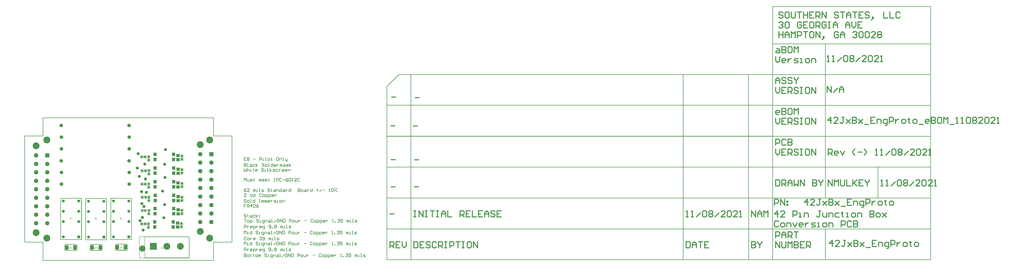
<source format=gts>
G04*
G04 #@! TF.GenerationSoftware,Altium Limited,Altium Designer,18.1.11 (251)*
G04*
G04 Layer_Color=8388736*
%FSLAX25Y25*%
%MOIN*%
G70*
G01*
G75*
%ADD12C,0.00787*%
%ADD13C,0.01000*%
%ADD15C,0.02000*%
%ADD16C,0.00591*%
%ADD17C,0.00394*%
%ADD23R,0.07000X0.08500*%
%ADD24R,0.03556X0.04343*%
%ADD25R,0.04343X0.04147*%
%ADD26R,0.07100X0.06000*%
%ADD27R,0.05918X0.06706*%
%ADD28R,0.04147X0.04343*%
%ADD29C,0.06800*%
%ADD30C,0.08300*%
%ADD31R,0.08300X0.08300*%
%ADD32C,0.11811*%
%ADD33R,0.13189X0.13189*%
%ADD34C,0.13189*%
%ADD35C,0.05512*%
%ADD36R,0.05512X0.05512*%
%ADD37C,0.05800*%
%ADD38C,0.13300*%
%ADD39C,0.12800*%
G36*
X269272Y22813D02*
X268930D01*
X267608Y24791D01*
Y22813D01*
X267288D01*
Y25332D01*
X267632D01*
X268952Y23355D01*
Y25332D01*
X269272D01*
Y22813D01*
D02*
G37*
G36*
X270762Y25372D02*
X270790D01*
X270824Y25368D01*
X270864Y25364D01*
X270910Y25359D01*
X270957Y25353D01*
X271010Y25344D01*
X271063Y25333D01*
X271119Y25319D01*
X271174Y25304D01*
X271228Y25284D01*
X271283Y25262D01*
X271336Y25237D01*
X271385Y25208D01*
X271389Y25206D01*
X271396Y25201D01*
X271409Y25190D01*
X271427Y25177D01*
X271449Y25161D01*
X271472Y25139D01*
X271500Y25115D01*
X271529Y25086D01*
X271560Y25053D01*
X271591Y25019D01*
X271623Y24979D01*
X271656Y24937D01*
X271687Y24889D01*
X271718Y24840D01*
X271747Y24786D01*
X271773Y24729D01*
Y24727D01*
X271774Y24725D01*
X271778Y24715D01*
X271785Y24698D01*
X271793Y24675D01*
X271803Y24645D01*
X271814Y24611D01*
X271827Y24571D01*
X271838Y24527D01*
X271851Y24478D01*
X271864Y24425D01*
X271874Y24371D01*
X271885Y24311D01*
X271893Y24250D01*
X271900Y24187D01*
X271904Y24121D01*
X271905Y24054D01*
Y24052D01*
Y24048D01*
Y24043D01*
Y24036D01*
Y24027D01*
X271904Y24016D01*
Y23988D01*
X271900Y23954D01*
X271898Y23914D01*
X271893Y23868D01*
X271887Y23819D01*
X271878Y23768D01*
X271869Y23714D01*
X271856Y23655D01*
X271842Y23597D01*
X271825Y23539D01*
X271805Y23481D01*
X271782Y23424D01*
X271756Y23368D01*
X271754Y23364D01*
X271749Y23355D01*
X271740Y23340D01*
X271729Y23319D01*
X271712Y23295D01*
X271694Y23268D01*
X271671Y23235D01*
X271645Y23202D01*
X271618Y23168D01*
X271585Y23129D01*
X271551Y23093D01*
X271512Y23057D01*
X271470Y23020D01*
X271427Y22986D01*
X271379Y22953D01*
X271328Y22922D01*
X271325Y22920D01*
X271316Y22915D01*
X271301Y22907D01*
X271279Y22898D01*
X271254Y22885D01*
X271223Y22873D01*
X271187Y22860D01*
X271148Y22846D01*
X271105Y22831D01*
X271057Y22818D01*
X271006Y22804D01*
X270954Y22793D01*
X270897Y22784D01*
X270839Y22776D01*
X270779Y22771D01*
X270717Y22769D01*
X270691D01*
X270681Y22771D01*
X270653Y22773D01*
X270620Y22774D01*
X270584Y22780D01*
X270542Y22785D01*
X270495Y22793D01*
X270446Y22804D01*
X270395Y22816D01*
X270342Y22831D01*
X270289Y22851D01*
X270236Y22873D01*
X270182Y22898D01*
X270131Y22927D01*
X270082Y22962D01*
X270078Y22964D01*
X270071Y22971D01*
X270056Y22982D01*
X270040Y22998D01*
X270018Y23017D01*
X269994Y23042D01*
X269969Y23069D01*
X269940Y23102D01*
X269911Y23138D01*
X269880Y23178D01*
X269851Y23224D01*
X269822Y23271D01*
X269792Y23324D01*
X269767Y23381D01*
X269742Y23441D01*
X269722Y23504D01*
X270049Y23581D01*
X270051Y23577D01*
X270053Y23568D01*
X270058Y23555D01*
X270065Y23535D01*
X270075Y23513D01*
X270086Y23488D01*
X270100Y23459D01*
X270115Y23428D01*
X270131Y23395D01*
X270151Y23362D01*
X270171Y23330D01*
X270195Y23295D01*
X270220Y23264D01*
X270246Y23233D01*
X270275Y23206D01*
X270306Y23180D01*
X270307Y23178D01*
X270313Y23175D01*
X270322Y23169D01*
X270335Y23160D01*
X270351Y23151D01*
X270371Y23140D01*
X270395Y23129D01*
X270420Y23117D01*
X270449Y23106D01*
X270480Y23095D01*
X270515Y23084D01*
X270551Y23075D01*
X270591Y23066D01*
X270633Y23060D01*
X270677Y23057D01*
X270724Y23055D01*
X270752D01*
X270772Y23057D01*
X270797Y23058D01*
X270826Y23062D01*
X270859Y23066D01*
X270894Y23073D01*
X270932Y23080D01*
X270970Y23089D01*
X271010Y23100D01*
X271052Y23113D01*
X271092Y23129D01*
X271132Y23149D01*
X271172Y23169D01*
X271210Y23195D01*
X271212Y23197D01*
X271219Y23200D01*
X271228Y23210D01*
X271241Y23220D01*
X271257Y23235D01*
X271276Y23251D01*
X271296Y23271D01*
X271318Y23293D01*
X271339Y23319D01*
X271363Y23346D01*
X271385Y23377D01*
X271407Y23412D01*
X271429Y23446D01*
X271449Y23484D01*
X271467Y23524D01*
X271483Y23568D01*
Y23570D01*
X271487Y23579D01*
X271491Y23592D01*
X271496Y23608D01*
X271501Y23630D01*
X271509Y23655D01*
X271514Y23685D01*
X271521Y23717D01*
X271529Y23752D01*
X271536Y23790D01*
X271543Y23830D01*
X271549Y23872D01*
X271558Y23959D01*
X271560Y24005D01*
X271562Y24052D01*
Y24056D01*
Y24067D01*
Y24083D01*
X271560Y24107D01*
X271558Y24134D01*
X271556Y24167D01*
X271554Y24203D01*
X271551Y24241D01*
X271545Y24285D01*
X271540Y24331D01*
X271521Y24423D01*
X271512Y24473D01*
X271500Y24520D01*
X271485Y24567D01*
X271469Y24613D01*
X271467Y24614D01*
X271465Y24624D01*
X271460Y24634D01*
X271450Y24651D01*
X271441Y24671D01*
X271429Y24695D01*
X271414Y24720D01*
X271398Y24747D01*
X271378Y24775D01*
X271356Y24804D01*
X271332Y24835D01*
X271307Y24864D01*
X271278Y24893D01*
X271247Y24920D01*
X271214Y24946D01*
X271178Y24969D01*
X271176Y24971D01*
X271168Y24975D01*
X271157Y24980D01*
X271143Y24988D01*
X271125Y24997D01*
X271103Y25008D01*
X271077Y25017D01*
X271050Y25028D01*
X271019Y25040D01*
X270986Y25049D01*
X270950Y25060D01*
X270914Y25069D01*
X270873Y25077D01*
X270833Y25082D01*
X270792Y25086D01*
X270750Y25088D01*
X270737D01*
X270723Y25086D01*
X270702D01*
X270679Y25082D01*
X270652Y25079D01*
X270619Y25075D01*
X270586Y25068D01*
X270550Y25059D01*
X270511Y25048D01*
X270471Y25035D01*
X270431Y25020D01*
X270391Y25002D01*
X270351Y24980D01*
X270313Y24955D01*
X270275Y24928D01*
X270273Y24926D01*
X270266Y24920D01*
X270256Y24911D01*
X270244Y24897D01*
X270227Y24880D01*
X270209Y24860D01*
X270189Y24835D01*
X270169Y24807D01*
X270147Y24775D01*
X270126Y24740D01*
X270102Y24700D01*
X270082Y24656D01*
X270060Y24611D01*
X270042Y24560D01*
X270025Y24507D01*
X270011Y24449D01*
X269678Y24533D01*
Y24534D01*
X269680Y24538D01*
X269681Y24543D01*
X269683Y24551D01*
X269685Y24560D01*
X269689Y24573D01*
X269698Y24600D01*
X269710Y24634D01*
X269725Y24673D01*
X269743Y24716D01*
X269765Y24764D01*
X269789Y24815D01*
X269816Y24866D01*
X269847Y24917D01*
X269882Y24969D01*
X269920Y25020D01*
X269962Y25069D01*
X270007Y25115D01*
X270056Y25159D01*
X270060Y25161D01*
X270069Y25168D01*
X270084Y25179D01*
X270106Y25192D01*
X270131Y25208D01*
X270164Y25226D01*
X270200Y25246D01*
X270242Y25266D01*
X270287Y25286D01*
X270338Y25306D01*
X270393Y25324D01*
X270451Y25341D01*
X270515Y25353D01*
X270581Y25364D01*
X270650Y25372D01*
X270723Y25374D01*
X270750D01*
X270762Y25372D01*
D02*
G37*
G36*
X266891Y25330D02*
Y25326D01*
Y25321D01*
Y25313D01*
Y25302D01*
X266890Y25292D01*
X266888Y25262D01*
X266884Y25232D01*
X266879Y25195D01*
X266869Y25157D01*
X266857Y25119D01*
Y25117D01*
X266853Y25111D01*
X266849Y25102D01*
X266844Y25089D01*
X266839Y25073D01*
X266829Y25055D01*
X266819Y25035D01*
X266808Y25013D01*
X266795Y24988D01*
X266778Y24962D01*
X266744Y24906D01*
X266702Y24846D01*
X266653Y24784D01*
X266651Y24782D01*
X266646Y24777D01*
X266638Y24767D01*
X266628Y24755D01*
X266613Y24738D01*
X266595Y24720D01*
X266575Y24698D01*
X266549Y24675D01*
X266522Y24647D01*
X266493Y24618D01*
X266460Y24587D01*
X266424Y24553D01*
X266384Y24518D01*
X266342Y24482D01*
X266296Y24443D01*
X266249Y24403D01*
X266247Y24402D01*
X266243Y24400D01*
X266238Y24394D01*
X266231Y24389D01*
X266222Y24380D01*
X266211Y24371D01*
X266183Y24347D01*
X266149Y24320D01*
X266112Y24285D01*
X266071Y24249D01*
X266027Y24209D01*
X265980Y24167D01*
X265934Y24123D01*
X265887Y24079D01*
X265843Y24034D01*
X265799Y23990D01*
X265761Y23948D01*
X265725Y23907D01*
X265696Y23868D01*
X265694Y23866D01*
X265690Y23859D01*
X265683Y23848D01*
X265672Y23836D01*
X265661Y23817D01*
X265650Y23797D01*
X265636Y23774D01*
X265623Y23748D01*
X265610Y23721D01*
X265596Y23692D01*
X265572Y23628D01*
X265563Y23595D01*
X265556Y23563D01*
X265552Y23530D01*
X265550Y23497D01*
Y23495D01*
Y23488D01*
Y23479D01*
X265552Y23466D01*
X265554Y23450D01*
X265557Y23431D01*
X265561Y23412D01*
X265566Y23390D01*
X265574Y23366D01*
X265583Y23340D01*
X265594Y23315D01*
X265606Y23290D01*
X265621Y23262D01*
X265639Y23237D01*
X265659Y23211D01*
X265683Y23188D01*
X265685Y23186D01*
X265688Y23182D01*
X265696Y23177D01*
X265706Y23168D01*
X265719Y23158D01*
X265736Y23148D01*
X265754Y23135D01*
X265774Y23124D01*
X265797Y23111D01*
X265823Y23100D01*
X265852Y23089D01*
X265881Y23080D01*
X265914Y23071D01*
X265949Y23066D01*
X265985Y23062D01*
X266023Y23060D01*
X266045D01*
X266060Y23062D01*
X266080Y23064D01*
X266102Y23067D01*
X266125Y23071D01*
X266152Y23077D01*
X266180Y23084D01*
X266209Y23093D01*
X266238Y23104D01*
X266269Y23117D01*
X266298Y23133D01*
X266327Y23151D01*
X266356Y23171D01*
X266382Y23195D01*
X266384Y23197D01*
X266387Y23200D01*
X266394Y23210D01*
X266402Y23219D01*
X266413Y23233D01*
X266424Y23249D01*
X266436Y23269D01*
X266447Y23291D01*
X266460Y23315D01*
X266473Y23344D01*
X266484Y23373D01*
X266495Y23406D01*
X266502Y23442D01*
X266509Y23481D01*
X266513Y23521D01*
X266515Y23564D01*
X266833Y23532D01*
Y23530D01*
Y23528D01*
X266831Y23523D01*
Y23515D01*
X266829Y23497D01*
X266824Y23473D01*
X266819Y23444D01*
X266811Y23410D01*
X266802Y23371D01*
X266791Y23331D01*
X266777Y23288D01*
X266760Y23244D01*
X266740Y23199D01*
X266717Y23153D01*
X266691Y23109D01*
X266660Y23067D01*
X266628Y23028D01*
X266589Y22991D01*
X266587Y22989D01*
X266580Y22984D01*
X266567Y22973D01*
X266551Y22962D01*
X266529Y22947D01*
X266504Y22931D01*
X266473Y22915D01*
X266438Y22896D01*
X266398Y22880D01*
X266356Y22864D01*
X266309Y22847D01*
X266258Y22833D01*
X266203Y22820D01*
X266145Y22811D01*
X266083Y22805D01*
X266018Y22804D01*
X266001D01*
X265983Y22805D01*
X265958Y22807D01*
X265927Y22809D01*
X265892Y22815D01*
X265852Y22820D01*
X265810Y22829D01*
X265765Y22840D01*
X265719Y22853D01*
X265670Y22869D01*
X265623Y22889D01*
X265576Y22913D01*
X265530Y22938D01*
X265486Y22969D01*
X265444Y23006D01*
X265443Y23008D01*
X265435Y23015D01*
X265424Y23026D01*
X265412Y23042D01*
X265395Y23060D01*
X265377Y23084D01*
X265357Y23111D01*
X265337Y23142D01*
X265319Y23177D01*
X265299Y23215D01*
X265281Y23257D01*
X265264Y23301D01*
X265251Y23348D01*
X265241Y23397D01*
X265233Y23450D01*
X265231Y23504D01*
Y23506D01*
Y23512D01*
Y23519D01*
Y23530D01*
X265233Y23544D01*
X265235Y23559D01*
X265237Y23577D01*
X265239Y23597D01*
X265246Y23643D01*
X265257Y23694D01*
X265273Y23746D01*
X265293Y23801D01*
Y23803D01*
X265297Y23808D01*
X265301Y23816D01*
X265306Y23826D01*
X265312Y23839D01*
X265321Y23856D01*
X265330Y23874D01*
X265342Y23894D01*
X265355Y23916D01*
X265370Y23939D01*
X265406Y23992D01*
X265426Y24019D01*
X265448Y24048D01*
X265474Y24078D01*
X265499Y24109D01*
X265501Y24110D01*
X265506Y24116D01*
X265514Y24125D01*
X265526Y24138D01*
X265543Y24154D01*
X265563Y24174D01*
X265585Y24198D01*
X265612Y24225D01*
X265643Y24254D01*
X265679Y24287D01*
X265718Y24323D01*
X265761Y24363D01*
X265809Y24405D01*
X265859Y24451D01*
X265916Y24500D01*
X265976Y24551D01*
X265980Y24553D01*
X265989Y24562D01*
X266001Y24573D01*
X266020Y24589D01*
X266043Y24607D01*
X266067Y24629D01*
X266094Y24653D01*
X266123Y24678D01*
X266185Y24731D01*
X266214Y24758D01*
X266243Y24784D01*
X266271Y24809D01*
X266294Y24831D01*
X266316Y24851D01*
X266333Y24869D01*
X266336Y24873D01*
X266345Y24884D01*
X266360Y24900D01*
X266378Y24920D01*
X266398Y24946D01*
X266420Y24973D01*
X266442Y25004D01*
X266462Y25035D01*
X265228D01*
Y25332D01*
X266891D01*
Y25330D01*
D02*
G37*
G36*
X188500Y23181D02*
X187584D01*
X187561Y23183D01*
X187532D01*
X187501Y23185D01*
X187466D01*
X187393Y23190D01*
X187319Y23196D01*
X187282Y23201D01*
X187248Y23205D01*
X187215Y23210D01*
X187184Y23217D01*
X187182D01*
X187175Y23219D01*
X187164Y23223D01*
X187148Y23227D01*
X187129Y23234D01*
X187108Y23241D01*
X187084Y23248D01*
X187057Y23259D01*
X187000Y23283D01*
X186938Y23316D01*
X186877Y23352D01*
X186846Y23374D01*
X186817Y23398D01*
X186815Y23400D01*
X186807Y23405D01*
X186796Y23416D01*
X186784Y23429D01*
X186767Y23445D01*
X186747Y23465D01*
X186727Y23489D01*
X186704Y23514D01*
X186680Y23545D01*
X186656Y23578D01*
X186631Y23613D01*
X186605Y23651D01*
X186582Y23693D01*
X186560Y23734D01*
X186538Y23782D01*
X186518Y23829D01*
X186516Y23833D01*
X186514Y23842D01*
X186509Y23855D01*
X186502Y23875D01*
X186494Y23900D01*
X186487Y23929D01*
X186478Y23964D01*
X186467Y24002D01*
X186458Y24044D01*
X186449Y24091D01*
X186442Y24140D01*
X186434Y24193D01*
X186427Y24248D01*
X186422Y24306D01*
X186420Y24366D01*
X186418Y24428D01*
Y24431D01*
Y24441D01*
Y24455D01*
X186420Y24477D01*
Y24501D01*
X186422Y24530D01*
X186423Y24563D01*
X186427Y24599D01*
X186431Y24637D01*
X186434Y24679D01*
X186447Y24765D01*
X186463Y24852D01*
X186485Y24937D01*
Y24939D01*
X186489Y24947D01*
X186493Y24959D01*
X186498Y24974D01*
X186504Y24992D01*
X186513Y25014D01*
X186522Y25039D01*
X186533Y25065D01*
X186556Y25123D01*
X186587Y25185D01*
X186620Y25245D01*
X186658Y25303D01*
X186660Y25305D01*
X186664Y25309D01*
X186669Y25318D01*
X186676Y25327D01*
X186686Y25340D01*
X186698Y25354D01*
X186725Y25387D01*
X186760Y25423D01*
X186798Y25462D01*
X186842Y25498D01*
X186888Y25533D01*
X186889D01*
X186893Y25536D01*
X186900Y25540D01*
X186909Y25545D01*
X186922Y25553D01*
X186937Y25560D01*
X186953Y25569D01*
X186971Y25578D01*
X186993Y25589D01*
X187015Y25600D01*
X187040Y25609D01*
X187066Y25620D01*
X187124Y25640D01*
X187188Y25658D01*
X187190D01*
X187195Y25660D01*
X187206Y25662D01*
X187219Y25665D01*
X187235Y25667D01*
X187255Y25671D01*
X187279Y25675D01*
X187304Y25678D01*
X187333Y25684D01*
X187364Y25687D01*
X187397Y25691D01*
X187434Y25693D01*
X187470Y25696D01*
X187510Y25698D01*
X187592Y25700D01*
X188500D01*
Y23181D01*
D02*
G37*
G36*
X185230Y23731D02*
X185231Y23733D01*
X185235Y23736D01*
X185240Y23742D01*
X185249Y23749D01*
X185260Y23758D01*
X185275Y23771D01*
X185291Y23784D01*
X185308Y23798D01*
X185330Y23813D01*
X185351Y23831D01*
X185375Y23847D01*
X185400Y23867D01*
X185430Y23886D01*
X185459Y23905D01*
X185524Y23945D01*
X185526Y23947D01*
X185532Y23951D01*
X185543Y23956D01*
X185555Y23962D01*
X185570Y23971D01*
X185588Y23982D01*
X185610Y23993D01*
X185632Y24006D01*
X185683Y24031D01*
X185737Y24057D01*
X185794Y24082D01*
X185848Y24104D01*
Y23805D01*
X185845Y23804D01*
X185837Y23800D01*
X185823Y23793D01*
X185805Y23784D01*
X185783Y23773D01*
X185755Y23758D01*
X185726Y23742D01*
X185695Y23723D01*
X185661Y23702D01*
X185624Y23680D01*
X185548Y23629D01*
X185470Y23572D01*
X185395Y23510D01*
X185393Y23509D01*
X185386Y23503D01*
X185377Y23494D01*
X185364Y23481D01*
X185348Y23465D01*
X185330Y23447D01*
X185310Y23425D01*
X185288Y23403D01*
X185266Y23378D01*
X185242Y23350D01*
X185197Y23294D01*
X185155Y23234D01*
X185137Y23203D01*
X185120Y23172D01*
X184920D01*
Y25700D01*
X185230D01*
Y23731D01*
D02*
G37*
G36*
X188000Y83789D02*
X186031D01*
X186033Y83787D01*
X186036Y83783D01*
X186042Y83778D01*
X186049Y83768D01*
X186058Y83758D01*
X186071Y83743D01*
X186083Y83727D01*
X186098Y83710D01*
X186113Y83688D01*
X186131Y83667D01*
X186147Y83643D01*
X186167Y83618D01*
X186186Y83588D01*
X186205Y83559D01*
X186246Y83494D01*
X186247Y83492D01*
X186251Y83486D01*
X186256Y83476D01*
X186262Y83463D01*
X186271Y83448D01*
X186282Y83430D01*
X186293Y83408D01*
X186306Y83386D01*
X186331Y83335D01*
X186356Y83281D01*
X186382Y83224D01*
X186404Y83170D01*
X186105D01*
X186104Y83173D01*
X186100Y83181D01*
X186093Y83195D01*
X186083Y83213D01*
X186073Y83235D01*
X186058Y83263D01*
X186042Y83292D01*
X186023Y83323D01*
X186002Y83357D01*
X185980Y83394D01*
X185929Y83470D01*
X185872Y83548D01*
X185810Y83623D01*
X185809Y83625D01*
X185803Y83632D01*
X185794Y83641D01*
X185781Y83654D01*
X185765Y83670D01*
X185747Y83688D01*
X185725Y83709D01*
X185703Y83730D01*
X185678Y83752D01*
X185650Y83776D01*
X185594Y83821D01*
X185534Y83863D01*
X185503Y83881D01*
X185472Y83898D01*
Y84098D01*
X188000D01*
Y83789D01*
D02*
G37*
G36*
Y82342D02*
X186730Y81444D01*
X187126Y81033D01*
X188000D01*
Y80700D01*
X185481D01*
Y81033D01*
X186732D01*
X185481Y82283D01*
Y82737D01*
X186504Y81677D01*
X188000Y82782D01*
Y82342D01*
D02*
G37*
G36*
X139250Y22681D02*
X138335D01*
X138311Y22683D01*
X138282D01*
X138251Y22685D01*
X138216D01*
X138143Y22690D01*
X138069Y22696D01*
X138032Y22701D01*
X137998Y22705D01*
X137965Y22710D01*
X137934Y22717D01*
X137932D01*
X137925Y22719D01*
X137914Y22723D01*
X137898Y22727D01*
X137880Y22734D01*
X137858Y22741D01*
X137834Y22749D01*
X137807Y22759D01*
X137750Y22783D01*
X137688Y22816D01*
X137627Y22852D01*
X137596Y22874D01*
X137566Y22898D01*
X137565Y22899D01*
X137557Y22905D01*
X137547Y22916D01*
X137534Y22929D01*
X137517Y22945D01*
X137497Y22965D01*
X137477Y22989D01*
X137454Y23014D01*
X137430Y23045D01*
X137406Y23078D01*
X137381Y23112D01*
X137355Y23151D01*
X137332Y23192D01*
X137310Y23234D01*
X137288Y23282D01*
X137268Y23329D01*
X137266Y23333D01*
X137264Y23342D01*
X137259Y23355D01*
X137252Y23374D01*
X137244Y23400D01*
X137237Y23429D01*
X137228Y23464D01*
X137217Y23502D01*
X137208Y23544D01*
X137199Y23591D01*
X137192Y23640D01*
X137184Y23693D01*
X137177Y23748D01*
X137172Y23806D01*
X137170Y23866D01*
X137168Y23928D01*
Y23932D01*
Y23941D01*
Y23955D01*
X137170Y23977D01*
Y24001D01*
X137172Y24030D01*
X137173Y24062D01*
X137177Y24099D01*
X137181Y24137D01*
X137184Y24179D01*
X137197Y24264D01*
X137213Y24352D01*
X137235Y24437D01*
Y24439D01*
X137239Y24446D01*
X137242Y24459D01*
X137248Y24474D01*
X137253Y24492D01*
X137263Y24514D01*
X137272Y24539D01*
X137283Y24565D01*
X137306Y24623D01*
X137337Y24685D01*
X137370Y24745D01*
X137408Y24803D01*
X137410Y24805D01*
X137414Y24809D01*
X137419Y24818D01*
X137426Y24827D01*
X137435Y24840D01*
X137448Y24854D01*
X137476Y24887D01*
X137510Y24923D01*
X137548Y24962D01*
X137592Y24998D01*
X137637Y25033D01*
X137639D01*
X137643Y25036D01*
X137650Y25040D01*
X137659Y25045D01*
X137672Y25053D01*
X137687Y25060D01*
X137703Y25069D01*
X137721Y25078D01*
X137743Y25089D01*
X137765Y25100D01*
X137790Y25109D01*
X137816Y25120D01*
X137874Y25140D01*
X137938Y25158D01*
X137940D01*
X137945Y25160D01*
X137956Y25162D01*
X137969Y25165D01*
X137985Y25167D01*
X138005Y25171D01*
X138029Y25174D01*
X138054Y25178D01*
X138083Y25184D01*
X138114Y25187D01*
X138147Y25191D01*
X138183Y25193D01*
X138220Y25196D01*
X138260Y25198D01*
X138342Y25200D01*
X139250D01*
Y22681D01*
D02*
G37*
G36*
X136873Y25198D02*
Y25194D01*
Y25189D01*
Y25182D01*
Y25171D01*
X136871Y25160D01*
X136869Y25131D01*
X136866Y25100D01*
X136860Y25063D01*
X136851Y25025D01*
X136838Y24987D01*
Y24985D01*
X136835Y24980D01*
X136831Y24971D01*
X136826Y24958D01*
X136820Y24942D01*
X136811Y24923D01*
X136800Y24903D01*
X136789Y24882D01*
X136777Y24856D01*
X136760Y24830D01*
X136726Y24774D01*
X136684Y24714D01*
X136635Y24652D01*
X136633Y24650D01*
X136627Y24645D01*
X136620Y24636D01*
X136609Y24623D01*
X136595Y24607D01*
X136576Y24588D01*
X136556Y24567D01*
X136531Y24543D01*
X136504Y24516D01*
X136475Y24487D01*
X136442Y24456D01*
X136405Y24421D01*
X136365Y24386D01*
X136323Y24350D01*
X136278Y24312D01*
X136231Y24272D01*
X136229Y24270D01*
X136225Y24268D01*
X136220Y24263D01*
X136212Y24257D01*
X136203Y24248D01*
X136192Y24239D01*
X136165Y24215D01*
X136130Y24188D01*
X136094Y24153D01*
X136052Y24117D01*
X136009Y24077D01*
X135961Y24035D01*
X135916Y23991D01*
X135868Y23948D01*
X135825Y23902D01*
X135781Y23859D01*
X135743Y23817D01*
X135706Y23775D01*
X135677Y23737D01*
X135676Y23735D01*
X135672Y23728D01*
X135665Y23717D01*
X135654Y23704D01*
X135643Y23686D01*
X135632Y23666D01*
X135617Y23642D01*
X135605Y23617D01*
X135592Y23589D01*
X135577Y23560D01*
X135554Y23496D01*
X135545Y23464D01*
X135537Y23431D01*
X135534Y23398D01*
X135532Y23365D01*
Y23364D01*
Y23356D01*
Y23347D01*
X135534Y23335D01*
X135535Y23318D01*
X135539Y23300D01*
X135543Y23280D01*
X135548Y23258D01*
X135555Y23234D01*
X135564Y23209D01*
X135575Y23183D01*
X135588Y23158D01*
X135603Y23131D01*
X135621Y23105D01*
X135641Y23080D01*
X135665Y23056D01*
X135666Y23054D01*
X135670Y23051D01*
X135677Y23045D01*
X135688Y23036D01*
X135701Y23027D01*
X135717Y23016D01*
X135736Y23003D01*
X135756Y22992D01*
X135779Y22980D01*
X135805Y22969D01*
X135834Y22958D01*
X135863Y22949D01*
X135896Y22940D01*
X135930Y22934D01*
X135967Y22930D01*
X136005Y22929D01*
X136027D01*
X136041Y22930D01*
X136061Y22932D01*
X136083Y22936D01*
X136107Y22940D01*
X136134Y22945D01*
X136161Y22952D01*
X136191Y22961D01*
X136220Y22972D01*
X136251Y22985D01*
X136280Y23001D01*
X136309Y23020D01*
X136338Y23040D01*
X136363Y23063D01*
X136365Y23065D01*
X136369Y23069D01*
X136376Y23078D01*
X136383Y23087D01*
X136394Y23101D01*
X136405Y23118D01*
X136418Y23138D01*
X136429Y23160D01*
X136442Y23183D01*
X136454Y23213D01*
X136465Y23242D01*
X136476Y23274D01*
X136484Y23311D01*
X136491Y23349D01*
X136495Y23389D01*
X136496Y23433D01*
X136815Y23400D01*
Y23398D01*
Y23396D01*
X136813Y23391D01*
Y23384D01*
X136811Y23365D01*
X136806Y23342D01*
X136800Y23313D01*
X136793Y23278D01*
X136784Y23240D01*
X136773Y23200D01*
X136758Y23156D01*
X136742Y23112D01*
X136722Y23067D01*
X136698Y23021D01*
X136673Y22978D01*
X136642Y22936D01*
X136609Y22896D01*
X136571Y22860D01*
X136569Y22858D01*
X136562Y22852D01*
X136549Y22841D01*
X136533Y22830D01*
X136511Y22816D01*
X136485Y22799D01*
X136454Y22783D01*
X136420Y22765D01*
X136380Y22749D01*
X136338Y22732D01*
X136291Y22716D01*
X136240Y22701D01*
X136185Y22688D01*
X136127Y22679D01*
X136065Y22674D01*
X136000Y22672D01*
X135983D01*
X135965Y22674D01*
X135939Y22676D01*
X135908Y22678D01*
X135874Y22683D01*
X135834Y22688D01*
X135792Y22697D01*
X135747Y22708D01*
X135701Y22721D01*
X135652Y22738D01*
X135605Y22758D01*
X135557Y22781D01*
X135512Y22807D01*
X135468Y22838D01*
X135426Y22874D01*
X135424Y22876D01*
X135417Y22883D01*
X135406Y22894D01*
X135393Y22910D01*
X135377Y22929D01*
X135359Y22952D01*
X135339Y22980D01*
X135319Y23010D01*
X135301Y23045D01*
X135281Y23083D01*
X135262Y23125D01*
X135246Y23169D01*
X135233Y23216D01*
X135222Y23265D01*
X135215Y23318D01*
X135213Y23373D01*
Y23374D01*
Y23380D01*
Y23387D01*
Y23398D01*
X135215Y23413D01*
X135217Y23427D01*
X135219Y23446D01*
X135221Y23465D01*
X135228Y23511D01*
X135239Y23562D01*
X135255Y23615D01*
X135275Y23669D01*
Y23671D01*
X135279Y23677D01*
X135282Y23684D01*
X135288Y23695D01*
X135293Y23708D01*
X135302Y23724D01*
X135311Y23742D01*
X135324Y23762D01*
X135337Y23784D01*
X135352Y23808D01*
X135388Y23860D01*
X135408Y23888D01*
X135430Y23917D01*
X135455Y23946D01*
X135481Y23977D01*
X135483Y23979D01*
X135488Y23984D01*
X135495Y23993D01*
X135508Y24006D01*
X135524Y24023D01*
X135545Y24043D01*
X135566Y24066D01*
X135594Y24093D01*
X135625Y24123D01*
X135661Y24155D01*
X135699Y24192D01*
X135743Y24232D01*
X135790Y24274D01*
X135841Y24319D01*
X135898Y24368D01*
X135958Y24419D01*
X135961Y24421D01*
X135970Y24430D01*
X135983Y24441D01*
X136001Y24457D01*
X136025Y24476D01*
X136049Y24498D01*
X136076Y24521D01*
X136105Y24547D01*
X136167Y24599D01*
X136196Y24627D01*
X136225Y24652D01*
X136252Y24678D01*
X136276Y24700D01*
X136298Y24720D01*
X136314Y24738D01*
X136318Y24741D01*
X136327Y24752D01*
X136342Y24769D01*
X136360Y24789D01*
X136380Y24814D01*
X136402Y24841D01*
X136424Y24872D01*
X136444Y24903D01*
X135210D01*
Y25200D01*
X136873D01*
Y25198D01*
D02*
G37*
G36*
X139188Y82643D02*
X139186D01*
X139182D01*
X139177D01*
X139169D01*
X139158D01*
X139147Y82645D01*
X139118Y82647D01*
X139087Y82650D01*
X139051Y82656D01*
X139013Y82665D01*
X138975Y82678D01*
X138973D01*
X138967Y82681D01*
X138958Y82685D01*
X138945Y82690D01*
X138929Y82696D01*
X138911Y82705D01*
X138891Y82716D01*
X138869Y82727D01*
X138844Y82739D01*
X138818Y82756D01*
X138762Y82790D01*
X138702Y82832D01*
X138640Y82881D01*
X138638Y82883D01*
X138632Y82889D01*
X138623Y82896D01*
X138611Y82907D01*
X138594Y82921D01*
X138576Y82940D01*
X138554Y82960D01*
X138531Y82985D01*
X138503Y83012D01*
X138474Y83042D01*
X138443Y83074D01*
X138409Y83111D01*
X138374Y83151D01*
X138338Y83193D01*
X138299Y83238D01*
X138259Y83285D01*
X138258Y83287D01*
X138256Y83291D01*
X138250Y83296D01*
X138245Y83304D01*
X138236Y83313D01*
X138226Y83324D01*
X138203Y83351D01*
X138176Y83385D01*
X138141Y83422D01*
X138105Y83464D01*
X138065Y83507D01*
X138023Y83555D01*
X137979Y83600D01*
X137935Y83648D01*
X137890Y83691D01*
X137846Y83735D01*
X137804Y83773D01*
X137762Y83810D01*
X137724Y83839D01*
X137722Y83841D01*
X137715Y83844D01*
X137704Y83851D01*
X137691Y83862D01*
X137673Y83873D01*
X137653Y83884D01*
X137630Y83899D01*
X137604Y83912D01*
X137577Y83924D01*
X137548Y83939D01*
X137484Y83963D01*
X137451Y83972D01*
X137418Y83979D01*
X137386Y83982D01*
X137353Y83984D01*
X137351D01*
X137344D01*
X137335D01*
X137322Y83982D01*
X137306Y83981D01*
X137287Y83977D01*
X137267Y83973D01*
X137246Y83968D01*
X137222Y83961D01*
X137196Y83951D01*
X137171Y83941D01*
X137145Y83928D01*
X137118Y83913D01*
X137093Y83895D01*
X137067Y83875D01*
X137043Y83851D01*
X137042Y83850D01*
X137038Y83846D01*
X137033Y83839D01*
X137023Y83828D01*
X137014Y83815D01*
X137004Y83799D01*
X136991Y83780D01*
X136980Y83760D01*
X136967Y83737D01*
X136956Y83711D01*
X136945Y83682D01*
X136936Y83653D01*
X136927Y83620D01*
X136922Y83586D01*
X136918Y83549D01*
X136916Y83511D01*
Y83489D01*
X136918Y83475D01*
X136920Y83455D01*
X136923Y83433D01*
X136927Y83409D01*
X136933Y83382D01*
X136940Y83355D01*
X136949Y83325D01*
X136960Y83296D01*
X136973Y83265D01*
X136989Y83236D01*
X137007Y83207D01*
X137027Y83178D01*
X137051Y83153D01*
X137053Y83151D01*
X137056Y83147D01*
X137065Y83140D01*
X137074Y83132D01*
X137089Y83122D01*
X137105Y83111D01*
X137125Y83098D01*
X137147Y83087D01*
X137171Y83074D01*
X137200Y83061D01*
X137229Y83051D01*
X137262Y83040D01*
X137298Y83032D01*
X137337Y83025D01*
X137377Y83021D01*
X137420Y83020D01*
X137388Y82701D01*
X137386D01*
X137384D01*
X137378Y82703D01*
X137371D01*
X137353Y82705D01*
X137329Y82710D01*
X137300Y82716D01*
X137266Y82723D01*
X137227Y82732D01*
X137187Y82743D01*
X137144Y82758D01*
X137100Y82774D01*
X137055Y82794D01*
X137009Y82818D01*
X136965Y82843D01*
X136923Y82874D01*
X136883Y82907D01*
X136847Y82945D01*
X136845Y82947D01*
X136840Y82954D01*
X136829Y82967D01*
X136818Y82983D01*
X136803Y83005D01*
X136787Y83031D01*
X136770Y83061D01*
X136752Y83096D01*
X136736Y83136D01*
X136720Y83178D01*
X136703Y83225D01*
X136689Y83276D01*
X136676Y83331D01*
X136667Y83389D01*
X136661Y83451D01*
X136660Y83517D01*
Y83533D01*
X136661Y83551D01*
X136663Y83577D01*
X136665Y83608D01*
X136670Y83642D01*
X136676Y83682D01*
X136685Y83724D01*
X136696Y83770D01*
X136709Y83815D01*
X136725Y83864D01*
X136745Y83912D01*
X136769Y83959D01*
X136794Y84004D01*
X136825Y84048D01*
X136862Y84090D01*
X136863Y84092D01*
X136871Y84099D01*
X136882Y84110D01*
X136898Y84123D01*
X136916Y84139D01*
X136940Y84157D01*
X136967Y84177D01*
X136998Y84197D01*
X137033Y84215D01*
X137071Y84236D01*
X137113Y84254D01*
X137156Y84270D01*
X137204Y84283D01*
X137253Y84294D01*
X137306Y84301D01*
X137360Y84303D01*
X137362D01*
X137367D01*
X137375D01*
X137386D01*
X137400Y84301D01*
X137415Y84299D01*
X137433Y84297D01*
X137453Y84295D01*
X137498Y84288D01*
X137549Y84277D01*
X137602Y84261D01*
X137657Y84241D01*
X137659D01*
X137664Y84237D01*
X137671Y84234D01*
X137682Y84228D01*
X137695Y84223D01*
X137712Y84214D01*
X137730Y84205D01*
X137750Y84192D01*
X137771Y84179D01*
X137795Y84165D01*
X137848Y84128D01*
X137875Y84108D01*
X137904Y84086D01*
X137934Y84061D01*
X137964Y84035D01*
X137966Y84033D01*
X137972Y84028D01*
X137981Y84021D01*
X137994Y84008D01*
X138010Y83992D01*
X138030Y83972D01*
X138054Y83950D01*
X138081Y83922D01*
X138110Y83891D01*
X138143Y83855D01*
X138179Y83817D01*
X138219Y83773D01*
X138261Y83726D01*
X138307Y83675D01*
X138356Y83618D01*
X138407Y83558D01*
X138409Y83555D01*
X138418Y83546D01*
X138429Y83533D01*
X138445Y83515D01*
X138463Y83491D01*
X138485Y83467D01*
X138509Y83440D01*
X138534Y83411D01*
X138587Y83349D01*
X138614Y83320D01*
X138640Y83291D01*
X138665Y83264D01*
X138687Y83240D01*
X138707Y83218D01*
X138725Y83202D01*
X138729Y83198D01*
X138740Y83189D01*
X138756Y83174D01*
X138776Y83156D01*
X138802Y83136D01*
X138829Y83114D01*
X138860Y83092D01*
X138891Y83073D01*
Y84306D01*
X139188D01*
Y82643D01*
D02*
G37*
G36*
Y82090D02*
X137917Y81192D01*
X138314Y80781D01*
X139188D01*
Y80448D01*
X136669D01*
Y80781D01*
X137919D01*
X136669Y82031D01*
Y82485D01*
X137691Y81425D01*
X139188Y82530D01*
Y82090D01*
D02*
G37*
G36*
X86817Y25244D02*
X86839Y25242D01*
X86868Y25240D01*
X86901Y25235D01*
X86937Y25229D01*
X86977Y25220D01*
X87019Y25211D01*
X87064Y25198D01*
X87110Y25182D01*
X87157Y25162D01*
X87203Y25140D01*
X87248Y25115D01*
X87294Y25084D01*
X87335Y25049D01*
X87337Y25047D01*
X87345Y25040D01*
X87356Y25029D01*
X87370Y25012D01*
X87387Y24993D01*
X87406Y24969D01*
X87427Y24942D01*
X87448Y24911D01*
X87470Y24876D01*
X87492Y24836D01*
X87512Y24794D01*
X87532Y24749D01*
X87549Y24700D01*
X87565Y24648D01*
X87576Y24594D01*
X87583Y24536D01*
X87274Y24494D01*
Y24498D01*
X87272Y24505D01*
X87268Y24519D01*
X87263Y24538D01*
X87257Y24559D01*
X87250Y24583D01*
X87241Y24610D01*
X87232Y24639D01*
X87206Y24703D01*
X87175Y24765D01*
X87157Y24796D01*
X87137Y24825D01*
X87117Y24851D01*
X87094Y24874D01*
X87092Y24876D01*
X87088Y24880D01*
X87081Y24885D01*
X87070Y24892D01*
X87059Y24902D01*
X87042Y24911D01*
X87026Y24922D01*
X87006Y24931D01*
X86984Y24942D01*
X86961Y24952D01*
X86935Y24962D01*
X86908Y24971D01*
X86879Y24978D01*
X86848Y24983D01*
X86817Y24987D01*
X86782Y24989D01*
X86773D01*
X86760Y24987D01*
X86746D01*
X86726Y24983D01*
X86704Y24982D01*
X86680Y24976D01*
X86653Y24971D01*
X86626Y24962D01*
X86595Y24952D01*
X86564Y24940D01*
X86533Y24925D01*
X86502Y24907D01*
X86471Y24887D01*
X86442Y24865D01*
X86413Y24838D01*
X86411Y24836D01*
X86405Y24830D01*
X86398Y24823D01*
X86389Y24811D01*
X86378Y24796D01*
X86365Y24778D01*
X86351Y24758D01*
X86336Y24734D01*
X86324Y24709D01*
X86309Y24679D01*
X86296Y24650D01*
X86285Y24616D01*
X86276Y24581D01*
X86269Y24545D01*
X86264Y24505D01*
X86262Y24465D01*
Y24463D01*
Y24456D01*
Y24445D01*
X86264Y24428D01*
X86265Y24412D01*
X86269Y24390D01*
X86273Y24366D01*
X86280Y24341D01*
X86287Y24314D01*
X86296Y24284D01*
X86307Y24255D01*
X86320Y24226D01*
X86336Y24197D01*
X86356Y24168D01*
X86376Y24141D01*
X86402Y24114D01*
X86404Y24112D01*
X86407Y24108D01*
X86416Y24101D01*
X86427Y24092D01*
X86440Y24081D01*
X86457Y24070D01*
X86476Y24057D01*
X86498Y24044D01*
X86522Y24032D01*
X86549Y24019D01*
X86578Y24008D01*
X86609Y23997D01*
X86642Y23988D01*
X86678Y23981D01*
X86715Y23977D01*
X86755Y23975D01*
X86771D01*
X86790Y23977D01*
X86815Y23979D01*
X86848Y23982D01*
X86884Y23990D01*
X86926Y23997D01*
X86973Y24008D01*
X86939Y23737D01*
X86933D01*
X86928Y23739D01*
X86921D01*
X86904Y23740D01*
X86870D01*
X86857Y23739D01*
X86839Y23737D01*
X86819Y23735D01*
X86797Y23731D01*
X86771Y23728D01*
X86744Y23722D01*
X86717Y23715D01*
X86657Y23697D01*
X86626Y23686D01*
X86595Y23671D01*
X86564Y23657D01*
X86535Y23638D01*
X86533Y23637D01*
X86527Y23633D01*
X86520Y23628D01*
X86509Y23618D01*
X86498Y23607D01*
X86484Y23595D01*
X86471Y23578D01*
X86455Y23560D01*
X86440Y23538D01*
X86426Y23515D01*
X86413Y23489D01*
X86402Y23460D01*
X86391Y23429D01*
X86384Y23395D01*
X86378Y23358D01*
X86376Y23320D01*
Y23318D01*
Y23313D01*
Y23304D01*
X86378Y23291D01*
X86380Y23278D01*
X86382Y23260D01*
X86386Y23242D01*
X86391Y23222D01*
X86405Y23178D01*
X86415Y23154D01*
X86426Y23131D01*
X86438Y23107D01*
X86455Y23083D01*
X86473Y23062D01*
X86493Y23040D01*
X86495Y23038D01*
X86498Y23034D01*
X86504Y23029D01*
X86513Y23021D01*
X86526Y23014D01*
X86538Y23003D01*
X86555Y22994D01*
X86573Y22983D01*
X86593Y22972D01*
X86615Y22963D01*
X86640Y22952D01*
X86666Y22945D01*
X86695Y22938D01*
X86724Y22932D01*
X86757Y22929D01*
X86790Y22927D01*
X86808D01*
X86819Y22929D01*
X86835Y22930D01*
X86853Y22932D01*
X86873Y22936D01*
X86895Y22941D01*
X86942Y22954D01*
X86966Y22963D01*
X86992Y22976D01*
X87017Y22989D01*
X87042Y23003D01*
X87066Y23021D01*
X87090Y23042D01*
X87092Y23043D01*
X87095Y23047D01*
X87101Y23054D01*
X87110Y23063D01*
X87119Y23074D01*
X87130Y23089D01*
X87141Y23107D01*
X87154Y23125D01*
X87166Y23149D01*
X87179Y23174D01*
X87194Y23202D01*
X87204Y23233D01*
X87217Y23265D01*
X87226Y23300D01*
X87235Y23338D01*
X87243Y23380D01*
X87552Y23325D01*
Y23324D01*
Y23322D01*
X87549Y23311D01*
X87545Y23296D01*
X87539Y23274D01*
X87532Y23247D01*
X87523Y23218D01*
X87512Y23185D01*
X87499Y23149D01*
X87483Y23111D01*
X87465Y23071D01*
X87443Y23031D01*
X87419Y22990D01*
X87394Y22951D01*
X87365Y22912D01*
X87332Y22876D01*
X87296Y22843D01*
X87294Y22841D01*
X87286Y22836D01*
X87275Y22827D01*
X87259Y22816D01*
X87239Y22803D01*
X87215Y22788D01*
X87188Y22774D01*
X87157Y22758D01*
X87123Y22741D01*
X87084Y22727D01*
X87044Y22712D01*
X87001Y22699D01*
X86953Y22688D01*
X86902Y22679D01*
X86850Y22674D01*
X86795Y22672D01*
X86775D01*
X86760Y22674D01*
X86742D01*
X86720Y22678D01*
X86697Y22679D01*
X86671Y22683D01*
X86642Y22688D01*
X86613Y22694D01*
X86549Y22710D01*
X86515Y22719D01*
X86482Y22732D01*
X86449Y22745D01*
X86416Y22761D01*
X86415Y22763D01*
X86409Y22765D01*
X86400Y22770D01*
X86387Y22778D01*
X86373Y22787D01*
X86356Y22798D01*
X86338Y22810D01*
X86318Y22825D01*
X86274Y22860D01*
X86231Y22901D01*
X86189Y22949D01*
X86169Y22976D01*
X86151Y23003D01*
X86149Y23005D01*
X86147Y23010D01*
X86142Y23018D01*
X86136Y23031D01*
X86129Y23043D01*
X86122Y23062D01*
X86112Y23080D01*
X86103Y23101D01*
X86096Y23125D01*
X86087Y23149D01*
X86072Y23203D01*
X86062Y23264D01*
X86060Y23294D01*
X86058Y23327D01*
Y23329D01*
Y23335D01*
Y23344D01*
X86060Y23355D01*
Y23369D01*
X86063Y23385D01*
X86065Y23405D01*
X86069Y23426D01*
X86080Y23473D01*
X86096Y23522D01*
X86105Y23547D01*
X86118Y23575D01*
X86131Y23600D01*
X86147Y23626D01*
X86149Y23628D01*
X86151Y23631D01*
X86156Y23638D01*
X86163Y23648D01*
X86172Y23659D01*
X86184Y23671D01*
X86196Y23686D01*
X86213Y23702D01*
X86229Y23719D01*
X86249Y23735D01*
X86269Y23753D01*
X86293Y23771D01*
X86318Y23788D01*
X86345Y23806D01*
X86375Y23822D01*
X86405Y23837D01*
X86404D01*
X86396Y23839D01*
X86384Y23842D01*
X86369Y23848D01*
X86349Y23853D01*
X86327Y23862D01*
X86304Y23871D01*
X86278Y23884D01*
X86251Y23897D01*
X86222Y23913D01*
X86193Y23930D01*
X86163Y23950D01*
X86136Y23971D01*
X86109Y23995D01*
X86081Y24023D01*
X86058Y24052D01*
X86056Y24053D01*
X86052Y24059D01*
X86047Y24068D01*
X86038Y24081D01*
X86029Y24097D01*
X86018Y24115D01*
X86007Y24137D01*
X85996Y24163D01*
X85985Y24192D01*
X85972Y24223D01*
X85963Y24255D01*
X85954Y24292D01*
X85945Y24330D01*
X85940Y24370D01*
X85936Y24412D01*
X85934Y24457D01*
Y24461D01*
Y24472D01*
X85936Y24490D01*
X85938Y24512D01*
X85941Y24541D01*
X85947Y24574D01*
X85954Y24610D01*
X85965Y24650D01*
X85978Y24694D01*
X85992Y24738D01*
X86012Y24785D01*
X86036Y24832D01*
X86063Y24880D01*
X86096Y24927D01*
X86134Y24972D01*
X86176Y25016D01*
X86180Y25018D01*
X86187Y25025D01*
X86200Y25038D01*
X86220Y25053D01*
X86243Y25069D01*
X86271Y25089D01*
X86305Y25109D01*
X86342Y25131D01*
X86384Y25153D01*
X86431Y25173D01*
X86480Y25193D01*
X86535Y25209D01*
X86591Y25224D01*
X86653Y25236D01*
X86717Y25244D01*
X86784Y25245D01*
X86799D01*
X86817Y25244D01*
D02*
G37*
G36*
X90000Y22681D02*
X89085D01*
X89061Y22683D01*
X89032D01*
X89001Y22685D01*
X88966D01*
X88893Y22690D01*
X88819Y22696D01*
X88782Y22701D01*
X88748Y22705D01*
X88715Y22710D01*
X88684Y22717D01*
X88682D01*
X88675Y22719D01*
X88664Y22723D01*
X88648Y22727D01*
X88630Y22734D01*
X88608Y22741D01*
X88584Y22749D01*
X88557Y22759D01*
X88500Y22783D01*
X88438Y22816D01*
X88377Y22852D01*
X88346Y22874D01*
X88317Y22898D01*
X88315Y22899D01*
X88307Y22905D01*
X88297Y22916D01*
X88284Y22929D01*
X88267Y22945D01*
X88247Y22965D01*
X88227Y22989D01*
X88204Y23014D01*
X88180Y23045D01*
X88156Y23078D01*
X88131Y23112D01*
X88105Y23151D01*
X88082Y23192D01*
X88060Y23234D01*
X88038Y23282D01*
X88018Y23329D01*
X88016Y23333D01*
X88014Y23342D01*
X88009Y23355D01*
X88002Y23374D01*
X87994Y23400D01*
X87987Y23429D01*
X87978Y23464D01*
X87967Y23502D01*
X87958Y23544D01*
X87949Y23591D01*
X87942Y23640D01*
X87934Y23693D01*
X87927Y23748D01*
X87922Y23806D01*
X87920Y23866D01*
X87918Y23928D01*
Y23932D01*
Y23941D01*
Y23955D01*
X87920Y23977D01*
Y24001D01*
X87922Y24030D01*
X87923Y24062D01*
X87927Y24099D01*
X87931Y24137D01*
X87934Y24179D01*
X87947Y24264D01*
X87963Y24352D01*
X87985Y24437D01*
Y24439D01*
X87989Y24446D01*
X87993Y24459D01*
X87998Y24474D01*
X88003Y24492D01*
X88013Y24514D01*
X88022Y24539D01*
X88033Y24565D01*
X88056Y24623D01*
X88087Y24685D01*
X88120Y24745D01*
X88158Y24803D01*
X88160Y24805D01*
X88164Y24809D01*
X88169Y24818D01*
X88176Y24827D01*
X88186Y24840D01*
X88198Y24854D01*
X88226Y24887D01*
X88260Y24923D01*
X88298Y24962D01*
X88342Y24998D01*
X88388Y25033D01*
X88389D01*
X88393Y25036D01*
X88400Y25040D01*
X88409Y25045D01*
X88422Y25053D01*
X88437Y25060D01*
X88453Y25069D01*
X88471Y25078D01*
X88493Y25089D01*
X88515Y25100D01*
X88540Y25109D01*
X88566Y25120D01*
X88624Y25140D01*
X88688Y25158D01*
X88690D01*
X88695Y25160D01*
X88706Y25162D01*
X88719Y25165D01*
X88735Y25167D01*
X88755Y25171D01*
X88779Y25174D01*
X88804Y25178D01*
X88833Y25184D01*
X88864Y25187D01*
X88897Y25191D01*
X88933Y25193D01*
X88970Y25196D01*
X89010Y25198D01*
X89092Y25200D01*
X90000D01*
Y22681D01*
D02*
G37*
G36*
X89665Y84582D02*
X89687Y84580D01*
X89716Y84577D01*
X89749Y84571D01*
X89785Y84564D01*
X89825Y84553D01*
X89869Y84540D01*
X89913Y84526D01*
X89960Y84506D01*
X90007Y84482D01*
X90055Y84455D01*
X90102Y84422D01*
X90148Y84384D01*
X90191Y84342D01*
X90193Y84338D01*
X90200Y84331D01*
X90213Y84318D01*
X90228Y84298D01*
X90244Y84275D01*
X90264Y84247D01*
X90284Y84213D01*
X90306Y84176D01*
X90328Y84134D01*
X90348Y84087D01*
X90368Y84038D01*
X90384Y83983D01*
X90399Y83927D01*
X90411Y83865D01*
X90419Y83801D01*
X90421Y83734D01*
Y83719D01*
X90419Y83701D01*
X90417Y83679D01*
X90415Y83650D01*
X90410Y83618D01*
X90404Y83581D01*
X90395Y83541D01*
X90386Y83499D01*
X90373Y83454D01*
X90357Y83408D01*
X90337Y83361D01*
X90315Y83315D01*
X90289Y83270D01*
X90259Y83224D01*
X90224Y83183D01*
X90222Y83181D01*
X90215Y83173D01*
X90204Y83162D01*
X90188Y83148D01*
X90167Y83131D01*
X90144Y83112D01*
X90117Y83091D01*
X90086Y83070D01*
X90051Y83048D01*
X90011Y83026D01*
X89969Y83006D01*
X89924Y82986D01*
X89875Y82969D01*
X89824Y82953D01*
X89769Y82942D01*
X89711Y82935D01*
X89669Y83244D01*
X89672D01*
X89680Y83246D01*
X89694Y83250D01*
X89713Y83255D01*
X89734Y83261D01*
X89758Y83268D01*
X89785Y83277D01*
X89814Y83286D01*
X89878Y83312D01*
X89940Y83343D01*
X89971Y83361D01*
X90000Y83381D01*
X90026Y83401D01*
X90049Y83425D01*
X90051Y83426D01*
X90055Y83430D01*
X90060Y83437D01*
X90067Y83448D01*
X90077Y83459D01*
X90086Y83476D01*
X90096Y83492D01*
X90106Y83512D01*
X90117Y83534D01*
X90127Y83557D01*
X90137Y83583D01*
X90146Y83610D01*
X90153Y83639D01*
X90158Y83670D01*
X90162Y83701D01*
X90164Y83736D01*
Y83745D01*
X90162Y83758D01*
Y83772D01*
X90158Y83792D01*
X90157Y83814D01*
X90151Y83838D01*
X90146Y83865D01*
X90137Y83892D01*
X90127Y83923D01*
X90115Y83954D01*
X90100Y83985D01*
X90082Y84016D01*
X90062Y84047D01*
X90040Y84076D01*
X90013Y84105D01*
X90011Y84107D01*
X90005Y84113D01*
X89998Y84120D01*
X89986Y84129D01*
X89971Y84140D01*
X89953Y84153D01*
X89933Y84167D01*
X89909Y84182D01*
X89884Y84194D01*
X89855Y84209D01*
X89825Y84222D01*
X89791Y84233D01*
X89756Y84242D01*
X89720Y84249D01*
X89680Y84254D01*
X89640Y84256D01*
X89638D01*
X89631D01*
X89620D01*
X89603Y84254D01*
X89587Y84253D01*
X89565Y84249D01*
X89541Y84245D01*
X89516Y84238D01*
X89489Y84231D01*
X89460Y84222D01*
X89430Y84211D01*
X89401Y84198D01*
X89372Y84182D01*
X89343Y84162D01*
X89316Y84142D01*
X89289Y84116D01*
X89287Y84114D01*
X89283Y84111D01*
X89276Y84102D01*
X89267Y84091D01*
X89256Y84078D01*
X89245Y84061D01*
X89232Y84042D01*
X89219Y84020D01*
X89207Y83996D01*
X89194Y83969D01*
X89183Y83940D01*
X89172Y83909D01*
X89163Y83876D01*
X89156Y83839D01*
X89152Y83803D01*
X89150Y83763D01*
Y83747D01*
X89152Y83728D01*
X89154Y83703D01*
X89157Y83670D01*
X89165Y83634D01*
X89172Y83592D01*
X89183Y83545D01*
X88912Y83579D01*
Y83585D01*
X88914Y83590D01*
Y83597D01*
X88915Y83614D01*
Y83648D01*
X88914Y83661D01*
X88912Y83679D01*
X88910Y83699D01*
X88906Y83721D01*
X88903Y83747D01*
X88897Y83774D01*
X88890Y83801D01*
X88872Y83861D01*
X88861Y83892D01*
X88846Y83923D01*
X88832Y83954D01*
X88813Y83983D01*
X88812Y83985D01*
X88808Y83991D01*
X88802Y83998D01*
X88793Y84009D01*
X88783Y84020D01*
X88770Y84034D01*
X88753Y84047D01*
X88735Y84063D01*
X88713Y84078D01*
X88690Y84092D01*
X88664Y84105D01*
X88635Y84116D01*
X88604Y84127D01*
X88570Y84134D01*
X88533Y84140D01*
X88495Y84142D01*
X88493D01*
X88488D01*
X88479D01*
X88466Y84140D01*
X88453Y84138D01*
X88435Y84136D01*
X88417Y84132D01*
X88397Y84127D01*
X88353Y84113D01*
X88329Y84103D01*
X88306Y84092D01*
X88282Y84080D01*
X88258Y84063D01*
X88236Y84045D01*
X88215Y84025D01*
X88213Y84023D01*
X88209Y84020D01*
X88204Y84014D01*
X88196Y84005D01*
X88189Y83992D01*
X88178Y83980D01*
X88169Y83963D01*
X88158Y83945D01*
X88147Y83925D01*
X88138Y83903D01*
X88127Y83878D01*
X88120Y83852D01*
X88113Y83823D01*
X88107Y83794D01*
X88104Y83761D01*
X88102Y83728D01*
Y83710D01*
X88104Y83699D01*
X88105Y83683D01*
X88107Y83665D01*
X88111Y83645D01*
X88116Y83623D01*
X88129Y83576D01*
X88138Y83552D01*
X88151Y83526D01*
X88164Y83501D01*
X88178Y83476D01*
X88196Y83452D01*
X88217Y83428D01*
X88218Y83426D01*
X88222Y83423D01*
X88229Y83417D01*
X88238Y83408D01*
X88249Y83399D01*
X88264Y83388D01*
X88282Y83377D01*
X88300Y83364D01*
X88324Y83352D01*
X88349Y83339D01*
X88377Y83324D01*
X88408Y83314D01*
X88440Y83301D01*
X88475Y83292D01*
X88513Y83283D01*
X88555Y83275D01*
X88500Y82966D01*
X88499D01*
X88497D01*
X88486Y82969D01*
X88471Y82973D01*
X88449Y82979D01*
X88422Y82986D01*
X88393Y82995D01*
X88360Y83006D01*
X88324Y83019D01*
X88286Y83035D01*
X88246Y83053D01*
X88206Y83075D01*
X88165Y83099D01*
X88125Y83124D01*
X88087Y83153D01*
X88051Y83186D01*
X88018Y83223D01*
X88016Y83224D01*
X88011Y83232D01*
X88002Y83242D01*
X87991Y83259D01*
X87978Y83279D01*
X87963Y83303D01*
X87949Y83330D01*
X87933Y83361D01*
X87916Y83395D01*
X87902Y83434D01*
X87887Y83474D01*
X87874Y83517D01*
X87863Y83565D01*
X87854Y83616D01*
X87849Y83668D01*
X87847Y83723D01*
Y83743D01*
X87849Y83758D01*
Y83776D01*
X87853Y83798D01*
X87854Y83821D01*
X87858Y83847D01*
X87863Y83876D01*
X87869Y83905D01*
X87885Y83969D01*
X87894Y84003D01*
X87907Y84036D01*
X87920Y84069D01*
X87936Y84102D01*
X87938Y84103D01*
X87940Y84109D01*
X87945Y84118D01*
X87953Y84131D01*
X87962Y84145D01*
X87973Y84162D01*
X87985Y84180D01*
X88000Y84200D01*
X88034Y84244D01*
X88076Y84287D01*
X88124Y84329D01*
X88151Y84349D01*
X88178Y84367D01*
X88180Y84369D01*
X88186Y84371D01*
X88193Y84376D01*
X88206Y84382D01*
X88218Y84389D01*
X88236Y84396D01*
X88255Y84405D01*
X88276Y84415D01*
X88300Y84422D01*
X88324Y84431D01*
X88379Y84446D01*
X88438Y84456D01*
X88469Y84458D01*
X88502Y84460D01*
X88504D01*
X88510D01*
X88519D01*
X88529Y84458D01*
X88544D01*
X88560Y84455D01*
X88581Y84453D01*
X88600Y84449D01*
X88648Y84438D01*
X88697Y84422D01*
X88722Y84413D01*
X88750Y84400D01*
X88775Y84387D01*
X88801Y84371D01*
X88802Y84369D01*
X88806Y84367D01*
X88813Y84362D01*
X88823Y84355D01*
X88833Y84346D01*
X88846Y84334D01*
X88861Y84322D01*
X88877Y84305D01*
X88894Y84289D01*
X88910Y84269D01*
X88928Y84249D01*
X88946Y84225D01*
X88963Y84200D01*
X88981Y84173D01*
X88997Y84143D01*
X89012Y84113D01*
Y84114D01*
X89014Y84122D01*
X89017Y84134D01*
X89023Y84149D01*
X89028Y84169D01*
X89037Y84191D01*
X89046Y84214D01*
X89059Y84240D01*
X89072Y84267D01*
X89088Y84296D01*
X89105Y84325D01*
X89125Y84355D01*
X89147Y84382D01*
X89170Y84409D01*
X89197Y84437D01*
X89227Y84460D01*
X89228Y84462D01*
X89234Y84466D01*
X89243Y84471D01*
X89256Y84480D01*
X89272Y84489D01*
X89290Y84500D01*
X89312Y84511D01*
X89338Y84522D01*
X89367Y84533D01*
X89398Y84546D01*
X89430Y84555D01*
X89467Y84564D01*
X89505Y84573D01*
X89545Y84578D01*
X89587Y84582D01*
X89632Y84584D01*
X89636D01*
X89647D01*
X89665Y84582D01*
D02*
G37*
G36*
X90375Y82342D02*
X89105Y81444D01*
X89501Y81033D01*
X90375D01*
Y80700D01*
X87856D01*
Y81033D01*
X89107D01*
X87856Y82283D01*
Y82737D01*
X88879Y81677D01*
X90375Y82782D01*
Y82342D01*
D02*
G37*
%LPC*%
G36*
X188167Y25403D02*
X187588D01*
X187568Y25401D01*
X187545D01*
X187517Y25400D01*
X187488Y25398D01*
X187426Y25392D01*
X187361Y25383D01*
X187297Y25372D01*
X187268Y25365D01*
X187241Y25358D01*
X187239D01*
X187235Y25356D01*
X187226Y25352D01*
X187217Y25349D01*
X187204Y25345D01*
X187191Y25338D01*
X187159Y25323D01*
X187122Y25305D01*
X187084Y25283D01*
X187048Y25256D01*
X187013Y25227D01*
X187011Y25225D01*
X187008Y25221D01*
X187002Y25214D01*
X186993Y25205D01*
X186984Y25194D01*
X186973Y25179D01*
X186960Y25161D01*
X186946Y25143D01*
X186931Y25121D01*
X186917Y25098D01*
X186900Y25070D01*
X186886Y25043D01*
X186871Y25012D01*
X186856Y24979D01*
X186842Y24945D01*
X186829Y24908D01*
Y24906D01*
X186826Y24899D01*
X186824Y24888D01*
X186818Y24872D01*
X186813Y24854D01*
X186807Y24830D01*
X186802Y24803D01*
X186795Y24772D01*
X186789Y24739D01*
X186784Y24701D01*
X186778Y24661D01*
X186773Y24619D01*
X186767Y24573D01*
X186766Y24526D01*
X186762Y24475D01*
Y24422D01*
Y24420D01*
Y24419D01*
Y24413D01*
Y24404D01*
Y24395D01*
Y24384D01*
X186764Y24357D01*
X186766Y24324D01*
X186769Y24286D01*
X186773Y24244D01*
X186778Y24198D01*
X186786Y24151D01*
X186795Y24100D01*
X186804Y24051D01*
X186817Y24000D01*
X186833Y23951D01*
X186849Y23904D01*
X186869Y23858D01*
X186893Y23816D01*
X186895Y23814D01*
X186898Y23807D01*
X186906Y23796D01*
X186917Y23782D01*
X186929Y23765D01*
X186944Y23745D01*
X186960Y23723D01*
X186980Y23700D01*
X187002Y23676D01*
X187026Y23652D01*
X187053Y23629D01*
X187080Y23605D01*
X187109Y23583D01*
X187141Y23563D01*
X187173Y23545D01*
X187208Y23531D01*
X187210D01*
X187213Y23529D01*
X187222Y23525D01*
X187233Y23521D01*
X187248Y23518D01*
X187266Y23514D01*
X187288Y23509D01*
X187311Y23503D01*
X187341Y23500D01*
X187372Y23494D01*
X187408Y23491D01*
X187446Y23485D01*
X187490Y23483D01*
X187535Y23480D01*
X187584Y23478D01*
X188167D01*
Y25403D01*
D02*
G37*
G36*
X138917Y24903D02*
X138338D01*
X138318Y24902D01*
X138294D01*
X138267Y24900D01*
X138238Y24898D01*
X138176Y24892D01*
X138111Y24883D01*
X138047Y24872D01*
X138018Y24865D01*
X137991Y24858D01*
X137989D01*
X137985Y24856D01*
X137976Y24852D01*
X137967Y24849D01*
X137954Y24845D01*
X137941Y24838D01*
X137909Y24823D01*
X137872Y24805D01*
X137834Y24783D01*
X137798Y24756D01*
X137763Y24727D01*
X137761Y24725D01*
X137758Y24721D01*
X137752Y24714D01*
X137743Y24705D01*
X137734Y24694D01*
X137723Y24679D01*
X137710Y24661D01*
X137696Y24643D01*
X137681Y24621D01*
X137667Y24598D01*
X137650Y24570D01*
X137636Y24543D01*
X137621Y24512D01*
X137607Y24479D01*
X137592Y24445D01*
X137579Y24408D01*
Y24407D01*
X137576Y24399D01*
X137574Y24388D01*
X137568Y24372D01*
X137563Y24354D01*
X137557Y24330D01*
X137552Y24303D01*
X137545Y24272D01*
X137539Y24239D01*
X137534Y24201D01*
X137528Y24161D01*
X137523Y24119D01*
X137517Y24073D01*
X137515Y24026D01*
X137512Y23975D01*
Y23922D01*
Y23921D01*
Y23919D01*
Y23913D01*
Y23904D01*
Y23895D01*
Y23884D01*
X137514Y23857D01*
X137515Y23824D01*
X137519Y23786D01*
X137523Y23744D01*
X137528Y23698D01*
X137536Y23651D01*
X137545Y23600D01*
X137554Y23551D01*
X137566Y23500D01*
X137583Y23451D01*
X137599Y23404D01*
X137619Y23358D01*
X137643Y23316D01*
X137645Y23314D01*
X137648Y23307D01*
X137656Y23296D01*
X137667Y23282D01*
X137679Y23265D01*
X137694Y23245D01*
X137710Y23223D01*
X137730Y23200D01*
X137752Y23176D01*
X137776Y23153D01*
X137803Y23129D01*
X137830Y23105D01*
X137859Y23083D01*
X137891Y23063D01*
X137923Y23045D01*
X137958Y23031D01*
X137960D01*
X137963Y23029D01*
X137972Y23025D01*
X137983Y23021D01*
X137998Y23018D01*
X138016Y23014D01*
X138038Y23009D01*
X138061Y23003D01*
X138091Y23000D01*
X138122Y22994D01*
X138158Y22990D01*
X138196Y22985D01*
X138240Y22983D01*
X138285Y22980D01*
X138335Y22978D01*
X138917D01*
Y24903D01*
D02*
G37*
G36*
X89667D02*
X89088D01*
X89068Y24902D01*
X89044D01*
X89017Y24900D01*
X88988Y24898D01*
X88926Y24892D01*
X88861Y24883D01*
X88797Y24872D01*
X88768Y24865D01*
X88741Y24858D01*
X88739D01*
X88735Y24856D01*
X88726Y24852D01*
X88717Y24849D01*
X88704Y24845D01*
X88691Y24838D01*
X88659Y24823D01*
X88622Y24805D01*
X88584Y24783D01*
X88548Y24756D01*
X88513Y24727D01*
X88511Y24725D01*
X88508Y24721D01*
X88502Y24714D01*
X88493Y24705D01*
X88484Y24694D01*
X88473Y24679D01*
X88460Y24661D01*
X88446Y24643D01*
X88431Y24621D01*
X88417Y24598D01*
X88400Y24570D01*
X88386Y24543D01*
X88371Y24512D01*
X88357Y24479D01*
X88342Y24445D01*
X88329Y24408D01*
Y24407D01*
X88326Y24399D01*
X88324Y24388D01*
X88318Y24372D01*
X88313Y24354D01*
X88307Y24330D01*
X88302Y24303D01*
X88295Y24272D01*
X88289Y24239D01*
X88284Y24201D01*
X88278Y24161D01*
X88273Y24119D01*
X88267Y24073D01*
X88266Y24026D01*
X88262Y23975D01*
Y23922D01*
Y23921D01*
Y23919D01*
Y23913D01*
Y23904D01*
Y23895D01*
Y23884D01*
X88264Y23857D01*
X88266Y23824D01*
X88269Y23786D01*
X88273Y23744D01*
X88278Y23698D01*
X88286Y23651D01*
X88295Y23600D01*
X88304Y23551D01*
X88317Y23500D01*
X88333Y23451D01*
X88349Y23404D01*
X88369Y23358D01*
X88393Y23316D01*
X88395Y23314D01*
X88398Y23307D01*
X88406Y23296D01*
X88417Y23282D01*
X88429Y23265D01*
X88444Y23245D01*
X88460Y23223D01*
X88480Y23200D01*
X88502Y23176D01*
X88526Y23153D01*
X88553Y23129D01*
X88580Y23105D01*
X88609Y23083D01*
X88640Y23063D01*
X88673Y23045D01*
X88708Y23031D01*
X88710D01*
X88713Y23029D01*
X88722Y23025D01*
X88733Y23021D01*
X88748Y23018D01*
X88766Y23014D01*
X88788Y23009D01*
X88811Y23003D01*
X88841Y23000D01*
X88872Y22994D01*
X88908Y22990D01*
X88946Y22985D01*
X88990Y22983D01*
X89035Y22980D01*
X89085Y22978D01*
X89667D01*
Y24903D01*
D02*
G37*
%LPD*%
D12*
X320626Y4564D02*
Y46099D01*
X223185D02*
X320626D01*
X223185Y4564D02*
Y46099D01*
Y4564D02*
X320626D01*
X200394Y19558D02*
Y31842D01*
X176606D02*
X200394D01*
X176606Y19558D02*
Y31842D01*
Y19558D02*
X200394D01*
X167528Y40346D02*
X208472D01*
Y121054D01*
X167528D02*
X208472D01*
X167528Y40346D02*
Y121054D01*
X151144Y19058D02*
Y31342D01*
X127356D02*
X151144D01*
X127356Y19058D02*
Y31342D01*
Y19058D02*
X151144D01*
X118715Y40094D02*
X159660D01*
Y120802D01*
X118715D02*
X159660D01*
X118715Y40094D02*
Y120802D01*
X101894Y19058D02*
Y31342D01*
X78106D02*
X101894D01*
X78106Y19058D02*
Y31342D01*
Y19058D02*
X101894D01*
X69903Y40346D02*
X110847D01*
Y121054D01*
X69903D02*
X110847D01*
X69903Y40346D02*
Y121054D01*
X320626Y4564D02*
Y46099D01*
X223185D02*
X320626D01*
X223185Y4564D02*
Y46099D01*
Y4564D02*
X320626D01*
X200394Y19558D02*
Y31842D01*
X176606D02*
X200394D01*
X176606Y19558D02*
Y31842D01*
Y19558D02*
X200394D01*
X167528Y40346D02*
X208472D01*
Y121054D01*
X167528D02*
X208472D01*
X167528Y40346D02*
Y121054D01*
X151144Y19058D02*
Y31342D01*
X127356D02*
X151144D01*
X127356Y19058D02*
Y31342D01*
Y19058D02*
X151144D01*
X118715Y40094D02*
X159660D01*
Y120802D01*
X118715D02*
X159660D01*
X118715Y40094D02*
Y120802D01*
X101894Y19058D02*
Y31342D01*
X78106D02*
X101894D01*
X78106Y19058D02*
Y31342D01*
Y19058D02*
X101894D01*
X69903Y40346D02*
X110847D01*
Y121054D01*
X69903D02*
X110847D01*
X69903Y40346D02*
Y121054D01*
D13*
X431399Y200751D02*
X427400D01*
Y194753D01*
X431399D01*
X427400Y197752D02*
X429399D01*
X433398Y200751D02*
Y194753D01*
X436397D01*
X437397Y195752D01*
Y196752D01*
X436397Y197752D01*
X433398D01*
X436397D01*
X437397Y198751D01*
Y199751D01*
X436397Y200751D01*
X433398D01*
X445394Y197752D02*
X449393D01*
X457390Y194753D02*
Y200751D01*
X460389D01*
X461389Y199751D01*
Y197752D01*
X460389Y196752D01*
X457390D01*
X463388Y194753D02*
X465388D01*
X464388D01*
Y198751D01*
X463388D01*
X468387Y194753D02*
X470386D01*
X469386D01*
Y200751D01*
X468387D01*
X474385Y194753D02*
X476384D01*
X477384Y195752D01*
Y197752D01*
X476384Y198751D01*
X474385D01*
X473385Y197752D01*
Y195752D01*
X474385Y194753D01*
X480383Y199751D02*
Y198751D01*
X479383D01*
X481383D01*
X480383D01*
Y195752D01*
X481383Y194753D01*
X493379Y200751D02*
X491379D01*
X490380Y199751D01*
Y195752D01*
X491379Y194753D01*
X493379D01*
X494378Y195752D01*
Y199751D01*
X493379Y200751D01*
X496378Y194753D02*
Y198751D01*
X499377D01*
X500376Y197752D01*
Y194753D01*
X502376D02*
X504375D01*
X503375D01*
Y200751D01*
X502376D01*
X507374Y198751D02*
Y195752D01*
X508374Y194753D01*
X511373D01*
Y193753D01*
X510373Y192753D01*
X509374D01*
X511373Y194753D02*
Y198751D01*
X427400Y189154D02*
Y183156D01*
X430399D01*
X431399Y184155D01*
Y185155D01*
X430399Y186154D01*
X427400D01*
X430399D01*
X431399Y187154D01*
Y188154D01*
X430399Y189154D01*
X427400D01*
X433398Y183156D02*
X435397D01*
X434398D01*
Y189154D01*
X433398D01*
X439396Y187154D02*
X441396D01*
X442395Y186154D01*
Y183156D01*
X439396D01*
X438396Y184155D01*
X439396Y185155D01*
X442395D01*
X448393Y187154D02*
X445394D01*
X444394Y186154D01*
Y184155D01*
X445394Y183156D01*
X448393D01*
X450393D02*
Y189154D01*
Y185155D02*
X453392Y187154D01*
X450393Y185155D02*
X453392Y183156D01*
X466387Y188154D02*
X465388Y189154D01*
X463388D01*
X462389Y188154D01*
Y187154D01*
X463388Y186154D01*
X465388D01*
X466387Y185155D01*
Y184155D01*
X465388Y183156D01*
X463388D01*
X462389Y184155D01*
X469386Y183156D02*
X471386D01*
X472386Y184155D01*
Y186154D01*
X471386Y187154D01*
X469386D01*
X468387Y186154D01*
Y184155D01*
X469386Y183156D01*
X474385D02*
X476384D01*
X475385D01*
Y189154D01*
X474385D01*
X483382D02*
Y183156D01*
X480383D01*
X479383Y184155D01*
Y186154D01*
X480383Y187154D01*
X483382D01*
X488380Y183156D02*
X486381D01*
X485381Y184155D01*
Y186154D01*
X486381Y187154D01*
X488380D01*
X489380Y186154D01*
Y185155D01*
X485381D01*
X491379Y187154D02*
Y183156D01*
Y185155D01*
X492379Y186154D01*
X493379Y187154D01*
X494378D01*
X497377Y183156D02*
Y187154D01*
X498377D01*
X499377Y186154D01*
Y183156D01*
Y186154D01*
X500376Y187154D01*
X501376Y186154D01*
Y183156D01*
X504375Y187154D02*
X506374D01*
X507374Y186154D01*
Y183156D01*
X504375D01*
X503375Y184155D01*
X504375Y185155D01*
X507374D01*
X509374Y183156D02*
X512372D01*
X513372Y184155D01*
X512372Y185155D01*
X510373D01*
X509374Y186154D01*
X510373Y187154D01*
X513372D01*
X515372Y183156D02*
Y189154D01*
Y185155D02*
X518371Y187154D01*
X515372Y185155D02*
X518371Y183156D01*
X427400Y179556D02*
Y173558D01*
X429399Y175557D01*
X431399Y173558D01*
Y179556D01*
X433398D02*
Y173558D01*
Y176557D01*
X434398Y177557D01*
X436397D01*
X437397Y176557D01*
Y173558D01*
X439396D02*
X441396D01*
X440396D01*
Y177557D01*
X439396D01*
X445394Y178556D02*
Y177557D01*
X444394D01*
X446394D01*
X445394D01*
Y174557D01*
X446394Y173558D01*
X452392D02*
X450393D01*
X449393Y174557D01*
Y176557D01*
X450393Y177557D01*
X452392D01*
X453392Y176557D01*
Y175557D01*
X449393D01*
X465388Y178556D02*
X464388Y179556D01*
X462389D01*
X461389Y178556D01*
Y177557D01*
X462389Y176557D01*
X464388D01*
X465388Y175557D01*
Y174557D01*
X464388Y173558D01*
X462389D01*
X461389Y174557D01*
X467387Y173558D02*
X469386D01*
X468387D01*
Y177557D01*
X467387D01*
X472385Y173558D02*
X474385D01*
X473385D01*
Y179556D01*
X472385D01*
X477384Y173558D02*
Y179556D01*
Y175557D02*
X480383Y177557D01*
X477384Y175557D02*
X480383Y173558D01*
X483382D02*
X486381D01*
X487381Y174557D01*
X486381Y175557D01*
X484382D01*
X483382Y176557D01*
X484382Y177557D01*
X487381D01*
X493379D02*
X490380D01*
X489380Y176557D01*
Y174557D01*
X490380Y173558D01*
X493379D01*
X495378Y177557D02*
Y173558D01*
Y175557D01*
X496378Y176557D01*
X497377Y177557D01*
X498377D01*
X504375Y173558D02*
X502376D01*
X501376Y174557D01*
Y176557D01*
X502376Y177557D01*
X504375D01*
X505375Y176557D01*
Y175557D01*
X501376D01*
X510373Y173558D02*
X508374D01*
X507374Y174557D01*
Y176557D01*
X508374Y177557D01*
X510373D01*
X511373Y176557D01*
Y175557D01*
X507374D01*
X513372Y173558D02*
Y177557D01*
X516371D01*
X517371Y176557D01*
Y173558D01*
X427400Y154362D02*
Y160361D01*
X429399Y158361D01*
X431399Y160361D01*
Y154362D01*
X433398Y158361D02*
Y155362D01*
X434398Y154362D01*
X437397D01*
Y158361D01*
X439396Y154362D02*
X442395D01*
X443395Y155362D01*
X442395Y156362D01*
X440396D01*
X439396Y157361D01*
X440396Y158361D01*
X443395D01*
X446394Y159361D02*
Y158361D01*
X445394D01*
X447394D01*
X446394D01*
Y155362D01*
X447394Y154362D01*
X456391D02*
Y158361D01*
X457390D01*
X458390Y157361D01*
Y154362D01*
Y157361D01*
X459390Y158361D01*
X460389Y157361D01*
Y154362D01*
X465388D02*
X463388D01*
X462389Y155362D01*
Y157361D01*
X463388Y158361D01*
X465388D01*
X466387Y157361D01*
Y156362D01*
X462389D01*
X471386Y154362D02*
X469386D01*
X468387Y155362D01*
Y157361D01*
X469386Y158361D01*
X471386D01*
X472386Y157361D01*
Y156362D01*
X468387D01*
X475385Y159361D02*
Y158361D01*
X474385D01*
X476384D01*
X475385D01*
Y155362D01*
X476384Y154362D01*
X485381Y160361D02*
X487381D01*
X486381D01*
Y154362D01*
X485381D01*
X487381D01*
X490380D02*
Y160361D01*
X493379D01*
X494378Y159361D01*
Y157361D01*
X493379Y156362D01*
X490380D01*
X500376Y159361D02*
X499377Y160361D01*
X497377D01*
X496378Y159361D01*
Y155362D01*
X497377Y154362D01*
X499377D01*
X500376Y155362D01*
X502376Y157361D02*
X506374D01*
X512372Y160361D02*
X510373Y159361D01*
X508374Y157361D01*
Y155362D01*
X509374Y154362D01*
X511373D01*
X512372Y155362D01*
Y156362D01*
X511373Y157361D01*
X508374D01*
X514372Y159361D02*
X515372Y160361D01*
X517371D01*
X518371Y159361D01*
Y155362D01*
X517371Y154362D01*
X515372D01*
X514372Y155362D01*
Y159361D01*
X520370Y154362D02*
X522369D01*
X521370D01*
Y160361D01*
X520370Y159361D01*
X529367Y154362D02*
X525368D01*
X529367Y158361D01*
Y159361D01*
X528367Y160361D01*
X526368D01*
X525368Y159361D01*
X535365D02*
X534365Y160361D01*
X532366D01*
X531366Y159361D01*
Y155362D01*
X532366Y154362D01*
X534365D01*
X535365Y155362D01*
X431399Y140166D02*
X429399Y139166D01*
X427400Y137167D01*
Y135167D01*
X428400Y134168D01*
X430399D01*
X431399Y135167D01*
Y136167D01*
X430399Y137167D01*
X427400D01*
X437397Y134168D02*
X433398D01*
X437397Y138166D01*
Y139166D01*
X436397Y140166D01*
X434398D01*
X433398Y139166D01*
X445394Y134168D02*
Y138166D01*
X446394D01*
X447394Y137167D01*
Y134168D01*
Y137167D01*
X448393Y138166D01*
X449393Y137167D01*
Y134168D01*
X451392D02*
X453392D01*
X452392D01*
Y138166D01*
X451392D01*
X456391Y134168D02*
X458390D01*
X457390D01*
Y140166D01*
X456391D01*
X461389Y134168D02*
X464388D01*
X465388Y135167D01*
X464388Y136167D01*
X462389D01*
X461389Y137167D01*
X462389Y138166D01*
X465388D01*
X477384Y139166D02*
X476384Y140166D01*
X474385D01*
X473385Y139166D01*
Y138166D01*
X474385Y137167D01*
X476384D01*
X477384Y136167D01*
Y135167D01*
X476384Y134168D01*
X474385D01*
X473385Y135167D01*
X480383Y139166D02*
Y138166D01*
X479383D01*
X481383D01*
X480383D01*
Y135167D01*
X481383Y134168D01*
X485381Y138166D02*
X487381D01*
X488380Y137167D01*
Y134168D01*
X485381D01*
X484382Y135167D01*
X485381Y136167D01*
X488380D01*
X490380Y134168D02*
Y138166D01*
X493379D01*
X494378Y137167D01*
Y134168D01*
X500376Y140166D02*
Y134168D01*
X497377D01*
X496378Y135167D01*
Y137167D01*
X497377Y138166D01*
X500376D01*
X503375D02*
X505375D01*
X506374Y137167D01*
Y134168D01*
X503375D01*
X502376Y135167D01*
X503375Y136167D01*
X506374D01*
X508374Y138166D02*
Y134168D01*
Y136167D01*
X509374Y137167D01*
X510373Y138166D01*
X511373D01*
X518371Y140166D02*
Y134168D01*
X515372D01*
X514372Y135167D01*
Y137167D01*
X515372Y138166D01*
X518371D01*
X532366Y140166D02*
Y134168D01*
X535365D01*
X536365Y135167D01*
Y136167D01*
X535365Y137167D01*
X532366D01*
X535365D01*
X536365Y138166D01*
Y139166D01*
X535365Y140166D01*
X532366D01*
X539364Y134168D02*
X541363D01*
X542363Y135167D01*
Y137167D01*
X541363Y138166D01*
X539364D01*
X538364Y137167D01*
Y135167D01*
X539364Y134168D01*
X545362Y138166D02*
X547361D01*
X548361Y137167D01*
Y134168D01*
X545362D01*
X544362Y135167D01*
X545362Y136167D01*
X548361D01*
X550360Y138166D02*
Y134168D01*
Y136167D01*
X551360Y137167D01*
X552360Y138166D01*
X553359D01*
X560357Y140166D02*
Y134168D01*
X557358D01*
X556358Y135167D01*
Y137167D01*
X557358Y138166D01*
X560357D01*
X568354Y137167D02*
X572353D01*
X570354Y139166D02*
Y135167D01*
X574353Y134168D02*
X578351Y138166D01*
X580350Y137167D02*
X584349D01*
X592347Y134168D02*
X594346D01*
X593346D01*
Y140166D01*
X592347Y139166D01*
X597345D02*
X598345Y140166D01*
X600344D01*
X601344Y139166D01*
Y135167D01*
X600344Y134168D01*
X598345D01*
X597345Y135167D01*
Y139166D01*
X603343Y135167D02*
X608342Y140166D01*
X603343D02*
Y141165D01*
X604343D01*
Y140166D01*
X603343D01*
X607342Y134168D02*
Y135167D01*
X608342D01*
Y134168D01*
X607342D01*
X431399Y124570D02*
X427400D01*
X431399Y128568D01*
Y129568D01*
X430399Y130568D01*
X428400D01*
X427400Y129568D01*
X440396Y124570D02*
X442395D01*
X443395Y125569D01*
Y127569D01*
X442395Y128568D01*
X440396D01*
X439396Y127569D01*
Y125569D01*
X440396Y124570D01*
X445394Y128568D02*
X449393D01*
X445394Y124570D01*
X449393D01*
X461389Y129568D02*
X460389Y130568D01*
X458390D01*
X457390Y129568D01*
Y125569D01*
X458390Y124570D01*
X460389D01*
X461389Y125569D01*
X464388Y124570D02*
X466387D01*
X467387Y125569D01*
Y127569D01*
X466387Y128568D01*
X464388D01*
X463388Y127569D01*
Y125569D01*
X464388Y124570D01*
X469386Y122571D02*
Y128568D01*
X472386D01*
X473385Y127569D01*
Y125569D01*
X472386Y124570D01*
X469386D01*
X475385Y122571D02*
Y128568D01*
X478383D01*
X479383Y127569D01*
Y125569D01*
X478383Y124570D01*
X475385D01*
X484382D02*
X482382D01*
X481383Y125569D01*
Y127569D01*
X482382Y128568D01*
X484382D01*
X485381Y127569D01*
Y126569D01*
X481383D01*
X487381Y128568D02*
Y124570D01*
Y126569D01*
X488380Y127569D01*
X489380Y128568D01*
X490380D01*
X431399Y117971D02*
X430399Y118971D01*
X428400D01*
X427400Y117971D01*
Y113972D01*
X428400Y112973D01*
X430399D01*
X431399Y113972D01*
Y115972D01*
X429399D01*
X434398Y112973D02*
X436397D01*
X437397Y113972D01*
Y115972D01*
X436397Y116972D01*
X434398D01*
X433398Y115972D01*
Y113972D01*
X434398Y112973D01*
X439396D02*
X441396D01*
X440396D01*
Y118971D01*
X439396D01*
X448393D02*
Y112973D01*
X445394D01*
X444394Y113972D01*
Y115972D01*
X445394Y116972D01*
X448393D01*
X456391Y118971D02*
X458390D01*
X457390D01*
Y112973D01*
X456391D01*
X458390D01*
X461389D02*
Y116972D01*
X462389D01*
X463388Y115972D01*
Y112973D01*
Y115972D01*
X464388Y116972D01*
X465388Y115972D01*
Y112973D01*
X467387D02*
Y116972D01*
X468387D01*
X469386Y115972D01*
Y112973D01*
Y115972D01*
X470386Y116972D01*
X471386Y115972D01*
Y112973D01*
X476384D02*
X474385D01*
X473385Y113972D01*
Y115972D01*
X474385Y116972D01*
X476384D01*
X477384Y115972D01*
Y114972D01*
X473385D01*
X479383Y116972D02*
Y112973D01*
Y114972D01*
X480383Y115972D01*
X481383Y116972D01*
X482382D01*
X485381Y112973D02*
X488380D01*
X489380Y113972D01*
X488380Y114972D01*
X486381D01*
X485381Y115972D01*
X486381Y116972D01*
X489380D01*
X491379Y112973D02*
X493379D01*
X492379D01*
Y116972D01*
X491379D01*
X497377Y112973D02*
X499377D01*
X500376Y113972D01*
Y115972D01*
X499377Y116972D01*
X497377D01*
X496378Y115972D01*
Y113972D01*
X497377Y112973D01*
X502376D02*
Y116972D01*
X505375D01*
X506374Y115972D01*
Y112973D01*
X431399Y109373D02*
X427400D01*
Y106374D01*
X429399D01*
X427400D01*
Y103375D01*
X433398D02*
Y109373D01*
X436397D01*
X437397Y108373D01*
Y106374D01*
X436397Y105375D01*
X433398D01*
X435397D02*
X437397Y103375D01*
X442395D02*
Y109373D01*
X439396Y106374D01*
X443395D01*
X445394Y108373D02*
X446394Y109373D01*
X448393D01*
X449393Y108373D01*
Y104375D01*
X448393Y103375D01*
X446394D01*
X445394Y104375D01*
Y108373D01*
X455391Y109373D02*
X453392Y108373D01*
X451392Y106374D01*
Y104375D01*
X452392Y103375D01*
X454391D01*
X455391Y104375D01*
Y105375D01*
X454391Y106374D01*
X451392D01*
X431399Y89178D02*
X430399Y90178D01*
X428400D01*
X427400Y89178D01*
Y88178D01*
X428400Y87179D01*
X430399D01*
X431399Y86179D01*
Y85180D01*
X430399Y84180D01*
X428400D01*
X427400Y85180D01*
X434398Y89178D02*
Y88178D01*
X433398D01*
X435397D01*
X434398D01*
Y85180D01*
X435397Y84180D01*
X439396Y88178D02*
X441396D01*
X442395Y87179D01*
Y84180D01*
X439396D01*
X438396Y85180D01*
X439396Y86179D01*
X442395D01*
X448393Y88178D02*
X445394D01*
X444394Y87179D01*
Y85180D01*
X445394Y84180D01*
X448393D01*
X450393D02*
Y90178D01*
Y86179D02*
X453392Y88178D01*
X450393Y86179D02*
X453392Y84180D01*
X456391Y88178D02*
X457390D01*
Y87179D01*
X456391D01*
Y88178D01*
Y85180D02*
X457390D01*
Y84180D01*
X456391D01*
Y85180D01*
X427400Y80580D02*
X431399D01*
X429399D01*
Y74582D01*
X434398D02*
X436397D01*
X437397Y75582D01*
Y77581D01*
X436397Y78581D01*
X434398D01*
X433398Y77581D01*
Y75582D01*
X434398Y74582D01*
X439396Y72583D02*
Y78581D01*
X442395D01*
X443395Y77581D01*
Y75582D01*
X442395Y74582D01*
X439396D01*
X455391Y79580D02*
X454391Y80580D01*
X452392D01*
X451392Y79580D01*
Y78581D01*
X452392Y77581D01*
X454391D01*
X455391Y76582D01*
Y75582D01*
X454391Y74582D01*
X452392D01*
X451392Y75582D01*
X457390Y74582D02*
X459390D01*
X458390D01*
Y78581D01*
X457390D01*
X464388Y72583D02*
X465388D01*
X466387Y73582D01*
Y78581D01*
X463388D01*
X462389Y77581D01*
Y75582D01*
X463388Y74582D01*
X466387D01*
X468387D02*
Y78581D01*
X471386D01*
X472386Y77581D01*
Y74582D01*
X475385Y78581D02*
X477384D01*
X478383Y77581D01*
Y74582D01*
X475385D01*
X474385Y75582D01*
X475385Y76582D01*
X478383D01*
X480383Y74582D02*
X482382D01*
X481383D01*
Y80580D01*
X480383D01*
X485381Y74582D02*
X489380Y78581D01*
X495378Y79580D02*
X494378Y80580D01*
X492379D01*
X491379Y79580D01*
Y75582D01*
X492379Y74582D01*
X494378D01*
X495378Y75582D01*
Y77581D01*
X493379D01*
X497377Y74582D02*
Y80580D01*
X501376Y74582D01*
Y80580D01*
X503375D02*
Y74582D01*
X506374D01*
X507374Y75582D01*
Y79580D01*
X506374Y80580D01*
X503375D01*
X515372Y74582D02*
Y80580D01*
X518371D01*
X519370Y79580D01*
Y77581D01*
X518371Y76582D01*
X515372D01*
X522369Y74582D02*
X524369D01*
X525368Y75582D01*
Y77581D01*
X524369Y78581D01*
X522369D01*
X521370Y77581D01*
Y75582D01*
X522369Y74582D01*
X527368Y78581D02*
Y75582D01*
X528367Y74582D01*
X531366D01*
Y78581D01*
X533366D02*
Y74582D01*
Y76582D01*
X534365Y77581D01*
X535365Y78581D01*
X536365D01*
X545362Y77581D02*
X549361D01*
X561357Y79580D02*
X560357Y80580D01*
X558358D01*
X557358Y79580D01*
Y75582D01*
X558358Y74582D01*
X560357D01*
X561357Y75582D01*
X564356Y74582D02*
X566355D01*
X567355Y75582D01*
Y77581D01*
X566355Y78581D01*
X564356D01*
X563356Y77581D01*
Y75582D01*
X564356Y74582D01*
X569354Y72583D02*
Y78581D01*
X572353D01*
X573353Y77581D01*
Y75582D01*
X572353Y74582D01*
X569354D01*
X575352Y72583D02*
Y78581D01*
X578351D01*
X579351Y77581D01*
Y75582D01*
X578351Y74582D01*
X575352D01*
X584349D02*
X582350D01*
X581350Y75582D01*
Y77581D01*
X582350Y78581D01*
X584349D01*
X585349Y77581D01*
Y76582D01*
X581350D01*
X587348Y78581D02*
Y74582D01*
Y76582D01*
X588348Y77581D01*
X589348Y78581D01*
X590347D01*
X599344Y74582D02*
X601344D01*
X600344D01*
Y80580D01*
X599344Y79580D01*
X604343Y74582D02*
Y75582D01*
X605342D01*
Y74582D01*
X604343D01*
X609341Y79580D02*
X610341Y80580D01*
X612340D01*
X613340Y79580D01*
Y78581D01*
X612340Y77581D01*
X611341D01*
X612340D01*
X613340Y76582D01*
Y75582D01*
X612340Y74582D01*
X610341D01*
X609341Y75582D01*
X619338Y80580D02*
X615339D01*
Y77581D01*
X617339Y78581D01*
X618338D01*
X619338Y77581D01*
Y75582D01*
X618338Y74582D01*
X616339D01*
X615339Y75582D01*
X627335Y74582D02*
Y78581D01*
X628335D01*
X629335Y77581D01*
Y74582D01*
Y77581D01*
X630334Y78581D01*
X631334Y77581D01*
Y74582D01*
X633333D02*
X635333D01*
X634333D01*
Y78581D01*
X633333D01*
X638332Y74582D02*
X640331D01*
X639331D01*
Y80580D01*
X638332D01*
X643330Y74582D02*
X646329D01*
X647329Y75582D01*
X646329Y76582D01*
X644330D01*
X643330Y77581D01*
X644330Y78581D01*
X647329D01*
X427400Y62985D02*
Y68983D01*
X430399D01*
X431399Y67984D01*
Y65984D01*
X430399Y64985D01*
X427400D01*
X433398Y66984D02*
Y62985D01*
Y64985D01*
X434398Y65984D01*
X435397Y66984D01*
X436397D01*
X442395Y62985D02*
X440396D01*
X439396Y63985D01*
Y65984D01*
X440396Y66984D01*
X442395D01*
X443395Y65984D01*
Y64985D01*
X439396D01*
X445394Y60986D02*
Y66984D01*
X448393D01*
X449393Y65984D01*
Y63985D01*
X448393Y62985D01*
X445394D01*
X451392Y66984D02*
Y62985D01*
Y64985D01*
X452392Y65984D01*
X453392Y66984D01*
X454391D01*
X460389Y62985D02*
X458390D01*
X457390Y63985D01*
Y65984D01*
X458390Y66984D01*
X460389D01*
X461389Y65984D01*
Y64985D01*
X457390D01*
X465388Y60986D02*
X466387D01*
X467387Y61985D01*
Y66984D01*
X464388D01*
X463388Y65984D01*
Y63985D01*
X464388Y62985D01*
X467387D01*
X475385Y63985D02*
X476384Y62985D01*
X478383D01*
X479383Y63985D01*
Y67984D01*
X478383Y68983D01*
X476384D01*
X475385Y67984D01*
Y66984D01*
X476384Y65984D01*
X479383D01*
X481383Y62985D02*
Y63985D01*
X482382D01*
Y62985D01*
X481383D01*
X486381Y67984D02*
X487381Y68983D01*
X489380D01*
X490380Y67984D01*
Y66984D01*
X489380Y65984D01*
X490380Y64985D01*
Y63985D01*
X489380Y62985D01*
X487381D01*
X486381Y63985D01*
Y64985D01*
X487381Y65984D01*
X486381Y66984D01*
Y67984D01*
X487381Y65984D02*
X489380D01*
X498377Y62985D02*
Y66984D01*
X499377D01*
X500376Y65984D01*
Y62985D01*
Y65984D01*
X501376Y66984D01*
X502376Y65984D01*
Y62985D01*
X504375D02*
X506374D01*
X505375D01*
Y66984D01*
X504375D01*
X509374Y62985D02*
X511373D01*
X510373D01*
Y68983D01*
X509374D01*
X514372Y62985D02*
X517371D01*
X518371Y63985D01*
X517371Y64985D01*
X515372D01*
X514372Y65984D01*
X515372Y66984D01*
X518371D01*
X427400Y51388D02*
Y57386D01*
X429399Y55387D01*
X431399Y57386D01*
Y51388D01*
X433398D02*
X435397D01*
X434398D01*
Y55387D01*
X433398D01*
X442395Y57386D02*
Y51388D01*
X439396D01*
X438396Y52388D01*
Y54387D01*
X439396Y55387D01*
X442395D01*
X454391Y56387D02*
X453392Y57386D01*
X451392D01*
X450393Y56387D01*
Y55387D01*
X451392Y54387D01*
X453392D01*
X454391Y53387D01*
Y52388D01*
X453392Y51388D01*
X451392D01*
X450393Y52388D01*
X456391Y51388D02*
X458390D01*
X457390D01*
Y55387D01*
X456391D01*
X463388Y49389D02*
X464388D01*
X465388Y50388D01*
Y55387D01*
X462389D01*
X461389Y54387D01*
Y52388D01*
X462389Y51388D01*
X465388D01*
X467387D02*
Y55387D01*
X470386D01*
X471386Y54387D01*
Y51388D01*
X474385Y55387D02*
X476384D01*
X477384Y54387D01*
Y51388D01*
X474385D01*
X473385Y52388D01*
X474385Y53387D01*
X477384D01*
X479383Y51388D02*
X481383D01*
X480383D01*
Y57386D01*
X479383D01*
X484382Y51388D02*
X488380Y55387D01*
X494378Y56387D02*
X493379Y57386D01*
X491379D01*
X490380Y56387D01*
Y52388D01*
X491379Y51388D01*
X493379D01*
X494378Y52388D01*
Y54387D01*
X492379D01*
X496378Y51388D02*
Y57386D01*
X500376Y51388D01*
Y57386D01*
X502376D02*
Y51388D01*
X505375D01*
X506374Y52388D01*
Y56387D01*
X505375Y57386D01*
X502376D01*
X514372Y51388D02*
Y57386D01*
X517371D01*
X518371Y56387D01*
Y54387D01*
X517371Y53387D01*
X514372D01*
X521370Y51388D02*
X523369D01*
X524369Y52388D01*
Y54387D01*
X523369Y55387D01*
X521370D01*
X520370Y54387D01*
Y52388D01*
X521370Y51388D01*
X526368Y55387D02*
Y52388D01*
X527368Y51388D01*
X530367D01*
Y55387D01*
X532366D02*
Y51388D01*
Y53387D01*
X533366Y54387D01*
X534365Y55387D01*
X535365D01*
X544362Y54387D02*
X548361D01*
X560357Y56387D02*
X559357Y57386D01*
X557358D01*
X556358Y56387D01*
Y52388D01*
X557358Y51388D01*
X559357D01*
X560357Y52388D01*
X563356Y51388D02*
X565355D01*
X566355Y52388D01*
Y54387D01*
X565355Y55387D01*
X563356D01*
X562356Y54387D01*
Y52388D01*
X563356Y51388D01*
X568354Y49389D02*
Y55387D01*
X571353D01*
X572353Y54387D01*
Y52388D01*
X571353Y51388D01*
X568354D01*
X574353Y49389D02*
Y55387D01*
X577352D01*
X578351Y54387D01*
Y52388D01*
X577352Y51388D01*
X574353D01*
X583350D02*
X581350D01*
X580350Y52388D01*
Y54387D01*
X581350Y55387D01*
X583350D01*
X584349Y54387D01*
Y53387D01*
X580350D01*
X586349Y55387D02*
Y51388D01*
Y53387D01*
X587348Y54387D01*
X588348Y55387D01*
X589348D01*
X598345Y51388D02*
X600344D01*
X599344D01*
Y57386D01*
X598345Y56387D01*
X603343Y51388D02*
Y52388D01*
X604343D01*
Y51388D01*
X603343D01*
X608342Y56387D02*
X609341Y57386D01*
X611341D01*
X612340Y56387D01*
Y55387D01*
X611341Y54387D01*
X610341D01*
X611341D01*
X612340Y53387D01*
Y52388D01*
X611341Y51388D01*
X609341D01*
X608342Y52388D01*
X618338Y57386D02*
X614339D01*
Y54387D01*
X616339Y55387D01*
X617339D01*
X618338Y54387D01*
Y52388D01*
X617339Y51388D01*
X615339D01*
X614339Y52388D01*
X626336Y51388D02*
Y55387D01*
X627335D01*
X628335Y54387D01*
Y51388D01*
Y54387D01*
X629335Y55387D01*
X630334Y54387D01*
Y51388D01*
X632334D02*
X634333D01*
X633333D01*
Y55387D01*
X632334D01*
X637332Y51388D02*
X639331D01*
X638332D01*
Y57386D01*
X637332D01*
X642331Y51388D02*
X645330D01*
X646329Y52388D01*
X645330Y53387D01*
X643330D01*
X642331Y54387D01*
X643330Y55387D01*
X646329D01*
X431399Y44789D02*
X430399Y45789D01*
X428400D01*
X427400Y44789D01*
Y40791D01*
X428400Y39791D01*
X430399D01*
X431399Y40791D01*
X434398Y39791D02*
X436397D01*
X437397Y40791D01*
Y42790D01*
X436397Y43790D01*
X434398D01*
X433398Y42790D01*
Y40791D01*
X434398Y39791D01*
X439396Y43790D02*
Y39791D01*
Y41790D01*
X440396Y42790D01*
X441396Y43790D01*
X442395D01*
X448393Y39791D02*
X446394D01*
X445394Y40791D01*
Y42790D01*
X446394Y43790D01*
X448393D01*
X449393Y42790D01*
Y41790D01*
X445394D01*
X457390Y44789D02*
X458390Y45789D01*
X460389D01*
X461389Y44789D01*
Y43790D01*
X460389Y42790D01*
X459390D01*
X460389D01*
X461389Y41790D01*
Y40791D01*
X460389Y39791D01*
X458390D01*
X457390Y40791D01*
X463388D02*
X464388Y39791D01*
X466387D01*
X467387Y40791D01*
Y44789D01*
X466387Y45789D01*
X464388D01*
X463388Y44789D01*
Y43790D01*
X464388Y42790D01*
X467387D01*
X475385Y39791D02*
Y43790D01*
X476384D01*
X477384Y42790D01*
Y39791D01*
Y42790D01*
X478383Y43790D01*
X479383Y42790D01*
Y39791D01*
X481383D02*
X483382D01*
X482382D01*
Y43790D01*
X481383D01*
X486381Y39791D02*
X488380D01*
X487381D01*
Y45789D01*
X486381D01*
X491379Y39791D02*
X494378D01*
X495378Y40791D01*
X494378Y41790D01*
X492379D01*
X491379Y42790D01*
X492379Y43790D01*
X495378D01*
X427400Y30193D02*
Y36191D01*
X429399Y34192D01*
X431399Y36191D01*
Y30193D01*
X433398D02*
X435397D01*
X434398D01*
Y34192D01*
X433398D01*
X442395Y36191D02*
Y30193D01*
X439396D01*
X438396Y31193D01*
Y33192D01*
X439396Y34192D01*
X442395D01*
X454391Y35192D02*
X453392Y36191D01*
X451392D01*
X450393Y35192D01*
Y34192D01*
X451392Y33192D01*
X453392D01*
X454391Y32193D01*
Y31193D01*
X453392Y30193D01*
X451392D01*
X450393Y31193D01*
X456391Y30193D02*
X458390D01*
X457390D01*
Y34192D01*
X456391D01*
X463388Y28194D02*
X464388D01*
X465388Y29194D01*
Y34192D01*
X462389D01*
X461389Y33192D01*
Y31193D01*
X462389Y30193D01*
X465388D01*
X467387D02*
Y34192D01*
X470386D01*
X471386Y33192D01*
Y30193D01*
X474385Y34192D02*
X476384D01*
X477384Y33192D01*
Y30193D01*
X474385D01*
X473385Y31193D01*
X474385Y32193D01*
X477384D01*
X479383Y30193D02*
X481383D01*
X480383D01*
Y36191D01*
X479383D01*
X484382Y30193D02*
X488380Y34192D01*
X494378Y35192D02*
X493379Y36191D01*
X491379D01*
X490380Y35192D01*
Y31193D01*
X491379Y30193D01*
X493379D01*
X494378Y31193D01*
Y33192D01*
X492379D01*
X496378Y30193D02*
Y36191D01*
X500376Y30193D01*
Y36191D01*
X502376D02*
Y30193D01*
X505375D01*
X506374Y31193D01*
Y35192D01*
X505375Y36191D01*
X502376D01*
X514372Y30193D02*
Y36191D01*
X517371D01*
X518371Y35192D01*
Y33192D01*
X517371Y32193D01*
X514372D01*
X521370Y30193D02*
X523369D01*
X524369Y31193D01*
Y33192D01*
X523369Y34192D01*
X521370D01*
X520370Y33192D01*
Y31193D01*
X521370Y30193D01*
X526368Y34192D02*
Y31193D01*
X527368Y30193D01*
X530367D01*
Y34192D01*
X532366D02*
Y30193D01*
Y32193D01*
X533366Y33192D01*
X534365Y34192D01*
X535365D01*
X544362Y33192D02*
X548361D01*
X560357Y35192D02*
X559357Y36191D01*
X557358D01*
X556358Y35192D01*
Y31193D01*
X557358Y30193D01*
X559357D01*
X560357Y31193D01*
X563356Y30193D02*
X565355D01*
X566355Y31193D01*
Y33192D01*
X565355Y34192D01*
X563356D01*
X562356Y33192D01*
Y31193D01*
X563356Y30193D01*
X568354Y28194D02*
Y34192D01*
X571353D01*
X572353Y33192D01*
Y31193D01*
X571353Y30193D01*
X568354D01*
X574353Y28194D02*
Y34192D01*
X577352D01*
X578351Y33192D01*
Y31193D01*
X577352Y30193D01*
X574353D01*
X583350D02*
X581350D01*
X580350Y31193D01*
Y33192D01*
X581350Y34192D01*
X583350D01*
X584349Y33192D01*
Y32193D01*
X580350D01*
X586349Y34192D02*
Y30193D01*
Y32193D01*
X587348Y33192D01*
X588348Y34192D01*
X589348D01*
X598345Y30193D02*
X600344D01*
X599344D01*
Y36191D01*
X598345Y35192D01*
X603343Y30193D02*
Y31193D01*
X604343D01*
Y30193D01*
X603343D01*
X608342Y35192D02*
X609341Y36191D01*
X611341D01*
X612340Y35192D01*
Y34192D01*
X611341Y33192D01*
X610341D01*
X611341D01*
X612340Y32193D01*
Y31193D01*
X611341Y30193D01*
X609341D01*
X608342Y31193D01*
X618338Y36191D02*
X614339D01*
Y33192D01*
X616339Y34192D01*
X617339D01*
X618338Y33192D01*
Y31193D01*
X617339Y30193D01*
X615339D01*
X614339Y31193D01*
X626336Y30193D02*
Y34192D01*
X627335D01*
X628335Y33192D01*
Y30193D01*
Y33192D01*
X629335Y34192D01*
X630334Y33192D01*
Y30193D01*
X632334D02*
X634333D01*
X633333D01*
Y34192D01*
X632334D01*
X637332Y30193D02*
X639331D01*
X638332D01*
Y36191D01*
X637332D01*
X642331Y30193D02*
X645330D01*
X646329Y31193D01*
X645330Y32193D01*
X643330D01*
X642331Y33192D01*
X643330Y34192D01*
X646329D01*
X427400Y18596D02*
Y24594D01*
X430399D01*
X431399Y23595D01*
Y21595D01*
X430399Y20596D01*
X427400D01*
X433398Y22595D02*
Y18596D01*
Y20596D01*
X434398Y21595D01*
X435397Y22595D01*
X436397D01*
X442395Y18596D02*
X440396D01*
X439396Y19596D01*
Y21595D01*
X440396Y22595D01*
X442395D01*
X443395Y21595D01*
Y20596D01*
X439396D01*
X445394Y16597D02*
Y22595D01*
X448393D01*
X449393Y21595D01*
Y19596D01*
X448393Y18596D01*
X445394D01*
X451392Y22595D02*
Y18596D01*
Y20596D01*
X452392Y21595D01*
X453392Y22595D01*
X454391D01*
X460389Y18596D02*
X458390D01*
X457390Y19596D01*
Y21595D01*
X458390Y22595D01*
X460389D01*
X461389Y21595D01*
Y20596D01*
X457390D01*
X465388Y16597D02*
X466387D01*
X467387Y17597D01*
Y22595D01*
X464388D01*
X463388Y21595D01*
Y19596D01*
X464388Y18596D01*
X467387D01*
X475385Y19596D02*
X476384Y18596D01*
X478383D01*
X479383Y19596D01*
Y23595D01*
X478383Y24594D01*
X476384D01*
X475385Y23595D01*
Y22595D01*
X476384Y21595D01*
X479383D01*
X481383Y18596D02*
Y19596D01*
X482382D01*
Y18596D01*
X481383D01*
X486381Y23595D02*
X487381Y24594D01*
X489380D01*
X490380Y23595D01*
Y22595D01*
X489380Y21595D01*
X490380Y20596D01*
Y19596D01*
X489380Y18596D01*
X487381D01*
X486381Y19596D01*
Y20596D01*
X487381Y21595D01*
X486381Y22595D01*
Y23595D01*
X487381Y21595D02*
X489380D01*
X498377Y18596D02*
Y22595D01*
X499377D01*
X500376Y21595D01*
Y18596D01*
Y21595D01*
X501376Y22595D01*
X502376Y21595D01*
Y18596D01*
X504375D02*
X506374D01*
X505375D01*
Y22595D01*
X504375D01*
X509374Y18596D02*
X511373D01*
X510373D01*
Y24594D01*
X509374D01*
X514372Y18596D02*
X517371D01*
X518371Y19596D01*
X517371Y20596D01*
X515372D01*
X514372Y21595D01*
X515372Y22595D01*
X518371D01*
X427400Y12997D02*
Y6999D01*
X430399D01*
X431399Y7999D01*
Y8999D01*
X430399Y9998D01*
X427400D01*
X430399D01*
X431399Y10998D01*
Y11998D01*
X430399Y12997D01*
X427400D01*
X434398Y6999D02*
X436397D01*
X437397Y7999D01*
Y9998D01*
X436397Y10998D01*
X434398D01*
X433398Y9998D01*
Y7999D01*
X434398Y6999D01*
X440396Y11998D02*
Y10998D01*
X439396D01*
X441396D01*
X440396D01*
Y7999D01*
X441396Y6999D01*
X445394Y11998D02*
Y10998D01*
X444394D01*
X446394D01*
X445394D01*
Y7999D01*
X446394Y6999D01*
X450393D02*
X452392D01*
X453392Y7999D01*
Y9998D01*
X452392Y10998D01*
X450393D01*
X449393Y9998D01*
Y7999D01*
X450393Y6999D01*
X455391D02*
Y10998D01*
X456391D01*
X457390Y9998D01*
Y6999D01*
Y9998D01*
X458390Y10998D01*
X459390Y9998D01*
Y6999D01*
X471386Y11998D02*
X470386Y12997D01*
X468387D01*
X467387Y11998D01*
Y10998D01*
X468387Y9998D01*
X470386D01*
X471386Y8999D01*
Y7999D01*
X470386Y6999D01*
X468387D01*
X467387Y7999D01*
X473385Y6999D02*
X475385D01*
X474385D01*
Y10998D01*
X473385D01*
X480383Y5000D02*
X481383D01*
X482382Y6000D01*
Y10998D01*
X479383D01*
X478383Y9998D01*
Y7999D01*
X479383Y6999D01*
X482382D01*
X484382D02*
Y10998D01*
X487381D01*
X488380Y9998D01*
Y6999D01*
X491379Y10998D02*
X493379D01*
X494378Y9998D01*
Y6999D01*
X491379D01*
X490380Y7999D01*
X491379Y8999D01*
X494378D01*
X496378Y6999D02*
X498377D01*
X497377D01*
Y12997D01*
X496378D01*
X501376Y6999D02*
X505375Y10998D01*
X511373Y11998D02*
X510373Y12997D01*
X508374D01*
X507374Y11998D01*
Y7999D01*
X508374Y6999D01*
X510373D01*
X511373Y7999D01*
Y9998D01*
X509374D01*
X513372Y6999D02*
Y12997D01*
X517371Y6999D01*
Y12997D01*
X519370D02*
Y6999D01*
X522369D01*
X523369Y7999D01*
Y11998D01*
X522369Y12997D01*
X519370D01*
X531366Y6999D02*
Y12997D01*
X534365D01*
X535365Y11998D01*
Y9998D01*
X534365Y8999D01*
X531366D01*
X538364Y6999D02*
X540364D01*
X541363Y7999D01*
Y9998D01*
X540364Y10998D01*
X538364D01*
X537364Y9998D01*
Y7999D01*
X538364Y6999D01*
X543363Y10998D02*
Y7999D01*
X544362Y6999D01*
X547361D01*
Y10998D01*
X549361D02*
Y6999D01*
Y8999D01*
X550360Y9998D01*
X551360Y10998D01*
X552360D01*
X561357Y9998D02*
X565355D01*
X577352Y11998D02*
X576352Y12997D01*
X574353D01*
X573353Y11998D01*
Y7999D01*
X574353Y6999D01*
X576352D01*
X577352Y7999D01*
X580350Y6999D02*
X582350D01*
X583350Y7999D01*
Y9998D01*
X582350Y10998D01*
X580350D01*
X579351Y9998D01*
Y7999D01*
X580350Y6999D01*
X585349Y5000D02*
Y10998D01*
X588348D01*
X589348Y9998D01*
Y7999D01*
X588348Y6999D01*
X585349D01*
X591347Y5000D02*
Y10998D01*
X594346D01*
X595346Y9998D01*
Y7999D01*
X594346Y6999D01*
X591347D01*
X600344D02*
X598345D01*
X597345Y7999D01*
Y9998D01*
X598345Y10998D01*
X600344D01*
X601344Y9998D01*
Y8999D01*
X597345D01*
X603343Y10998D02*
Y6999D01*
Y8999D01*
X604343Y9998D01*
X605342Y10998D01*
X606342D01*
X615339Y6999D02*
X617339D01*
X616339D01*
Y12997D01*
X615339Y11998D01*
X620338Y6999D02*
Y7999D01*
X621337D01*
Y6999D01*
X620338D01*
X625336Y11998D02*
X626336Y12997D01*
X628335D01*
X629335Y11998D01*
Y10998D01*
X628335Y9998D01*
X627335D01*
X628335D01*
X629335Y8999D01*
Y7999D01*
X628335Y6999D01*
X626336D01*
X625336Y7999D01*
X635333Y12997D02*
X631334D01*
Y9998D01*
X633333Y10998D01*
X634333D01*
X635333Y9998D01*
Y7999D01*
X634333Y6999D01*
X632334D01*
X631334Y7999D01*
X643330Y6999D02*
Y10998D01*
X644330D01*
X645330Y9998D01*
Y6999D01*
Y9998D01*
X646329Y10998D01*
X647329Y9998D01*
Y6999D01*
X649328D02*
X651328D01*
X650328D01*
Y10998D01*
X649328D01*
X654327Y6999D02*
X656326D01*
X655326D01*
Y12997D01*
X654327D01*
X659325Y6999D02*
X662324D01*
X663324Y7999D01*
X662324Y8999D01*
X660325D01*
X659325Y9998D01*
X660325Y10998D01*
X663324D01*
X1764400Y1369D02*
Y61568D01*
X1764300Y362568D02*
Y495000D01*
X1456800D02*
X1764300D01*
X1456800Y362568D02*
Y495000D01*
X1764300Y361869D02*
Y362568D01*
X1661800D02*
X1764300D01*
Y302368D02*
Y361869D01*
X1661800Y302368D02*
X1764300D01*
Y181968D02*
Y302368D01*
X1661800Y242168D02*
X1764300D01*
X1661800Y61568D02*
X1764300D01*
Y121768D01*
X1559300Y1369D02*
X1764400D01*
X1559300Y61568D02*
X1661800D01*
X1456800Y1369D02*
X1559300D01*
X1456800Y61568D02*
X1559300D01*
Y1369D02*
Y61568D01*
X1456800Y181968D02*
Y362568D01*
X1559300Y181968D02*
X1661800D01*
X1559300Y242168D02*
X1661800D01*
X1559300D02*
X1661800D01*
X1559300Y302368D02*
X1661800D01*
X1559300D02*
X1661800D01*
X1559300Y362568D02*
X1661800D01*
X1456800Y302368D02*
X1559300D01*
X1456800Y362568D02*
X1559300D01*
Y302368D02*
Y362568D01*
X1456800Y242168D02*
X1559300D01*
X1456800Y302368D02*
X1559300D01*
Y242168D02*
Y302368D01*
X1456800Y181968D02*
X1559300D01*
X1456800Y242168D02*
X1559300D01*
Y181968D02*
Y242168D01*
Y61568D02*
X1764400D01*
X1559300Y121768D02*
X1661800D01*
X1456800Y61568D02*
X1559300D01*
X1456800Y121768D02*
X1559300D01*
X1661800D02*
X1764300D01*
X1661800Y181968D02*
X1764300D01*
Y121768D02*
Y181968D01*
X1559300Y121768D02*
X1661800D01*
X1559300Y181968D02*
X1661800D01*
Y121768D02*
Y181968D01*
X1559300Y121768D02*
Y181968D01*
X1456800D02*
X1559300D01*
X1456800Y121768D02*
X1559300D01*
X1456800D02*
Y181968D01*
X705400Y121768D02*
X752300D01*
X705400Y61568D02*
X752300D01*
X705400D02*
Y121768D01*
X752300Y61568D02*
Y121768D01*
Y61568D02*
X1282500D01*
X752300Y121768D02*
X1282500D01*
Y61568D02*
Y121768D01*
Y61568D02*
X1409900D01*
X1282500Y121768D02*
X1409900D01*
X1456800Y61568D02*
Y121768D01*
X1409900Y61568D02*
Y121768D01*
Y61568D02*
X1456800D01*
X1409900Y121768D02*
X1456800D01*
X1409900Y61568D02*
X1456800D01*
X1409900Y1369D02*
X1456800D01*
Y61568D01*
X1282500D02*
X1409900D01*
X1282500Y1369D02*
X1409900D01*
Y61568D01*
X752300D02*
X1282500D01*
X752300Y1369D02*
X1282500D01*
Y61568D01*
X752300Y1369D02*
Y61568D01*
X705400Y1369D02*
Y61568D01*
Y1369D02*
X752300D01*
X705400Y61568D02*
X752300D01*
X1456600Y121800D02*
Y182000D01*
X705200D02*
X752100D01*
X705200Y121800D02*
X752100D01*
X705200D02*
Y182000D01*
X752100Y121800D02*
Y182000D01*
Y121800D02*
X1282300D01*
X752100Y182000D02*
X1282300D01*
Y121800D02*
Y182000D01*
Y121800D02*
X1409700D01*
X1282300Y182000D02*
X1409700D01*
Y121800D02*
Y182000D01*
Y121800D02*
X1456600D01*
X1409700Y182000D02*
X1456600D01*
X1409700Y121800D02*
X1456600D01*
X1282300D02*
X1409700D01*
X752100D02*
X1282300D01*
X705200D02*
X752100D01*
X705200Y182052D02*
X752100D01*
X1282300D01*
X1409700D01*
X1456600D01*
X1409700Y242252D02*
X1456600D01*
X1409700Y182052D02*
X1456600D01*
X1409700D02*
Y242252D01*
X1282300D02*
X1409700D01*
X1282300Y182052D02*
X1409700D01*
X1282300D02*
Y242252D01*
X752100D02*
X1282300D01*
X752100Y182052D02*
X1282300D01*
X752100D02*
Y242252D01*
X705200Y182052D02*
Y242252D01*
Y182052D02*
X752100D01*
X705200Y242252D02*
X752100D01*
X1456600Y182052D02*
Y242252D01*
X1409900Y182020D02*
X1456800D01*
X1282500D02*
X1409900D01*
X752300D02*
X1282500D01*
X705400D02*
X752300D01*
X1456800D02*
Y242220D01*
X1559300Y362368D02*
Y422569D01*
X1456800D02*
X1559300D01*
X1661800D01*
X1764300D01*
Y421869D02*
Y422569D01*
X1456800Y242520D02*
Y302720D01*
X705400Y242520D02*
X752300D01*
X1282500D01*
X1409900D01*
X1456800D01*
X1456600Y242552D02*
Y302752D01*
X705200D02*
X752100D01*
X705200Y242552D02*
X752100D01*
X705200D02*
Y302752D01*
X752100Y242552D02*
Y302752D01*
Y242552D02*
X1282300D01*
X752100Y302752D02*
X1282300D01*
Y242552D02*
Y302752D01*
Y242552D02*
X1409700D01*
X1282300Y302752D02*
X1409700D01*
Y242552D02*
Y302752D01*
Y242552D02*
X1456600D01*
X1409700Y302752D02*
X1456600D01*
X1409700Y242552D02*
X1456600D01*
X1282300D02*
X1409700D01*
X752100D02*
X1282300D01*
X705200D02*
X752100D01*
X1409700Y242500D02*
X1456600D01*
X1282300D02*
X1409700D01*
X752100D02*
X1282300D01*
X705200D02*
X752100D01*
X705200Y302752D02*
Y339400D01*
X728369Y362568D01*
X1456800D01*
X1409700Y302752D02*
Y362169D01*
X1282300Y302752D02*
Y362300D01*
X752100Y302752D02*
Y362568D01*
X366650Y43350D02*
G03*
X366650Y43350I-6250J0D01*
G01*
Y234850D02*
G03*
X366650Y234850I-6250J0D01*
G01*
X49450D02*
G03*
X49450Y234850I-6250J0D01*
G01*
Y43350D02*
G03*
X49450Y43350I-6250J0D01*
G01*
X35900Y278000D02*
X367800D01*
Y242600D02*
Y278000D01*
Y242600D02*
X403600D01*
Y35600D02*
Y242600D01*
X367800Y35600D02*
X403600D01*
X367800Y0D02*
Y35600D01*
X35800Y0D02*
X367800D01*
X35800Y242600D02*
Y278100D01*
X0Y242600D02*
X35800D01*
X0Y35600D02*
Y242600D01*
Y35600D02*
X35800D01*
Y0D02*
Y35600D01*
D15*
X1462600Y43764D02*
Y55760D01*
X1468598D01*
X1470597Y53761D01*
Y49762D01*
X1468598Y47763D01*
X1462600D01*
X1474596Y43764D02*
Y51761D01*
X1478595Y55760D01*
X1482594Y51761D01*
Y43764D01*
Y49762D01*
X1474596D01*
X1486592Y43764D02*
Y55760D01*
X1492590D01*
X1494590Y53761D01*
Y49762D01*
X1492590Y47763D01*
X1486592D01*
X1490591D02*
X1494590Y43764D01*
X1498588Y55760D02*
X1506586D01*
X1502587D01*
Y43764D01*
X1462600Y24568D02*
Y36565D01*
X1470597Y24568D01*
Y36565D01*
X1474596D02*
Y26568D01*
X1476595Y24568D01*
X1480594D01*
X1482594Y26568D01*
Y36565D01*
X1486592Y24568D02*
Y36565D01*
X1490591Y32566D01*
X1494590Y36565D01*
Y24568D01*
X1498588Y36565D02*
Y24568D01*
X1504586D01*
X1506586Y26568D01*
Y28567D01*
X1504586Y30567D01*
X1498588D01*
X1504586D01*
X1506586Y32566D01*
Y34565D01*
X1504586Y36565D01*
X1498588D01*
X1518582D02*
X1510585D01*
Y24568D01*
X1518582D01*
X1510585Y30567D02*
X1514583D01*
X1522581Y24568D02*
Y36565D01*
X1528579D01*
X1530578Y34565D01*
Y30567D01*
X1528579Y28567D01*
X1522581D01*
X1526579D02*
X1530578Y24568D01*
X1462600Y224364D02*
Y236360D01*
X1468598D01*
X1470597Y234361D01*
Y230362D01*
X1468598Y228363D01*
X1462600D01*
X1482594Y234361D02*
X1480594Y236360D01*
X1476595D01*
X1474596Y234361D01*
Y226363D01*
X1476595Y224364D01*
X1480594D01*
X1482594Y226363D01*
X1486592Y236360D02*
Y224364D01*
X1492590D01*
X1494590Y226363D01*
Y228363D01*
X1492590Y230362D01*
X1486592D01*
X1492590D01*
X1494590Y232361D01*
Y234361D01*
X1492590Y236360D01*
X1486592D01*
X1462600Y217165D02*
Y209167D01*
X1466599Y205169D01*
X1470597Y209167D01*
Y217165D01*
X1482594D02*
X1474596D01*
Y205169D01*
X1482594D01*
X1474596Y211167D02*
X1478595D01*
X1486592Y205169D02*
Y217165D01*
X1492590D01*
X1494590Y215165D01*
Y211167D01*
X1492590Y209167D01*
X1486592D01*
X1490591D02*
X1494590Y205169D01*
X1506586Y215165D02*
X1504586Y217165D01*
X1500588D01*
X1498588Y215165D01*
Y213166D01*
X1500588Y211167D01*
X1504586D01*
X1506586Y209167D01*
Y207168D01*
X1504586Y205169D01*
X1500588D01*
X1498588Y207168D01*
X1510585Y217165D02*
X1514583D01*
X1512584D01*
Y205169D01*
X1510585D01*
X1514583D01*
X1526579Y217165D02*
X1522581D01*
X1520581Y215165D01*
Y207168D01*
X1522581Y205169D01*
X1526579D01*
X1528579Y207168D01*
Y215165D01*
X1526579Y217165D01*
X1532577Y205169D02*
Y217165D01*
X1540575Y205169D01*
Y217165D01*
X1460300Y107589D02*
Y119586D01*
X1466298D01*
X1468297Y117586D01*
Y113587D01*
X1466298Y111588D01*
X1460300D01*
X1472296Y107589D02*
Y119586D01*
X1480293Y107589D01*
Y119586D01*
X1484292Y115587D02*
X1486292D01*
Y113587D01*
X1484292D01*
Y115587D01*
Y109589D02*
X1486292D01*
Y107589D01*
X1484292D01*
Y109589D01*
X1524279Y107589D02*
Y119586D01*
X1518281Y113587D01*
X1526279D01*
X1538275Y107589D02*
X1530277D01*
X1538275Y115587D01*
Y117586D01*
X1536275Y119586D01*
X1532277D01*
X1530277Y117586D01*
X1550271Y119586D02*
X1546272D01*
X1548272D01*
Y109589D01*
X1546272Y107589D01*
X1544273D01*
X1542274Y109589D01*
X1554270Y115587D02*
X1562267Y107589D01*
X1558268Y111588D01*
X1562267Y115587D01*
X1554270Y107589D01*
X1566266Y119586D02*
Y107589D01*
X1572264D01*
X1574263Y109589D01*
Y111588D01*
X1572264Y113587D01*
X1566266D01*
X1572264D01*
X1574263Y115587D01*
Y117586D01*
X1572264Y119586D01*
X1566266D01*
X1578262Y115587D02*
X1586259Y107589D01*
X1582261Y111588D01*
X1586259Y115587D01*
X1578262Y107589D01*
X1590258Y105590D02*
X1598255D01*
X1610251Y119586D02*
X1602254D01*
Y107589D01*
X1610251D01*
X1602254Y113587D02*
X1606253D01*
X1614250Y107589D02*
Y115587D01*
X1620248D01*
X1622248Y113587D01*
Y107589D01*
X1630245Y103591D02*
X1632244D01*
X1634244Y105590D01*
Y115587D01*
X1628246D01*
X1626246Y113587D01*
Y109589D01*
X1628246Y107589D01*
X1634244D01*
X1638242D02*
Y119586D01*
X1644241D01*
X1646240Y117586D01*
Y113587D01*
X1644241Y111588D01*
X1638242D01*
X1650239Y115587D02*
Y107589D01*
Y111588D01*
X1652238Y113587D01*
X1654237Y115587D01*
X1656237D01*
X1664234Y107589D02*
X1668233D01*
X1670232Y109589D01*
Y113587D01*
X1668233Y115587D01*
X1664234D01*
X1662235Y113587D01*
Y109589D01*
X1664234Y107589D01*
X1676230Y117586D02*
Y115587D01*
X1674231D01*
X1678230D01*
X1676230D01*
Y109589D01*
X1678230Y107589D01*
X1686227D02*
X1690226D01*
X1692225Y109589D01*
Y113587D01*
X1690226Y115587D01*
X1686227D01*
X1684228Y113587D01*
Y109589D01*
X1686227Y107589D01*
X1466298Y84395D02*
Y96391D01*
X1460300Y90393D01*
X1468297D01*
X1480293Y84395D02*
X1472296D01*
X1480293Y92393D01*
Y94392D01*
X1478294Y96391D01*
X1474296D01*
X1472296Y94392D01*
X1496288Y84395D02*
Y96391D01*
X1502286D01*
X1504286Y94392D01*
Y90393D01*
X1502286Y88394D01*
X1496288D01*
X1508284Y84395D02*
X1512283D01*
X1510284D01*
Y92393D01*
X1508284D01*
X1518281Y84395D02*
Y92393D01*
X1524279D01*
X1526279Y90393D01*
Y84395D01*
X1550271Y96391D02*
X1546272D01*
X1548272D01*
Y86395D01*
X1546272Y84395D01*
X1544273D01*
X1542274Y86395D01*
X1554270Y92393D02*
Y86395D01*
X1556269Y84395D01*
X1562267D01*
Y92393D01*
X1566266Y84395D02*
Y92393D01*
X1572264D01*
X1574263Y90393D01*
Y84395D01*
X1586259Y92393D02*
X1580261D01*
X1578262Y90393D01*
Y86395D01*
X1580261Y84395D01*
X1586259D01*
X1592257Y94392D02*
Y92393D01*
X1590258D01*
X1594257D01*
X1592257D01*
Y86395D01*
X1594257Y84395D01*
X1600255D02*
X1604253D01*
X1602254D01*
Y92393D01*
X1600255D01*
X1612251Y84395D02*
X1616250D01*
X1618249Y86395D01*
Y90393D01*
X1616250Y92393D01*
X1612251D01*
X1610251Y90393D01*
Y86395D01*
X1612251Y84395D01*
X1622248D02*
Y92393D01*
X1628246D01*
X1630245Y90393D01*
Y84395D01*
X1646240Y96391D02*
Y84395D01*
X1652238D01*
X1654237Y86395D01*
Y88394D01*
X1652238Y90393D01*
X1646240D01*
X1652238D01*
X1654237Y92393D01*
Y94392D01*
X1652238Y96391D01*
X1646240D01*
X1660235Y84395D02*
X1664234D01*
X1666233Y86395D01*
Y90393D01*
X1664234Y92393D01*
X1660235D01*
X1658236Y90393D01*
Y86395D01*
X1660235Y84395D01*
X1670232Y92393D02*
X1678230Y84395D01*
X1674231Y88394D01*
X1678230Y92393D01*
X1670232Y84395D01*
X1468297Y75197D02*
X1466298Y77196D01*
X1462299D01*
X1460300Y75197D01*
Y67199D01*
X1462299Y65200D01*
X1466298D01*
X1468297Y67199D01*
X1474296Y65200D02*
X1478294D01*
X1480293Y67199D01*
Y71198D01*
X1478294Y73197D01*
X1474296D01*
X1472296Y71198D01*
Y67199D01*
X1474296Y65200D01*
X1484292D02*
Y73197D01*
X1490290D01*
X1492290Y71198D01*
Y65200D01*
X1496288Y73197D02*
X1500287Y65200D01*
X1504286Y73197D01*
X1514283Y65200D02*
X1510284D01*
X1508284Y67199D01*
Y71198D01*
X1510284Y73197D01*
X1514283D01*
X1516282Y71198D01*
Y69199D01*
X1508284D01*
X1520281Y73197D02*
Y65200D01*
Y69199D01*
X1522280Y71198D01*
X1524279Y73197D01*
X1526279D01*
X1532277Y65200D02*
X1538275D01*
X1540274Y67199D01*
X1538275Y69199D01*
X1534276D01*
X1532277Y71198D01*
X1534276Y73197D01*
X1540274D01*
X1544273Y65200D02*
X1548272D01*
X1546272D01*
Y73197D01*
X1544273D01*
X1556269Y65200D02*
X1560268D01*
X1562267Y67199D01*
Y71198D01*
X1560268Y73197D01*
X1556269D01*
X1554270Y71198D01*
Y67199D01*
X1556269Y65200D01*
X1566266D02*
Y73197D01*
X1572264D01*
X1574263Y71198D01*
Y65200D01*
X1590258D02*
Y77196D01*
X1596256D01*
X1598255Y75197D01*
Y71198D01*
X1596256Y69199D01*
X1590258D01*
X1610251Y75197D02*
X1608252Y77196D01*
X1604253D01*
X1602254Y75197D01*
Y67199D01*
X1604253Y65200D01*
X1608252D01*
X1610251Y67199D01*
X1614250Y77196D02*
Y65200D01*
X1620248D01*
X1622248Y67199D01*
Y69199D01*
X1620248Y71198D01*
X1614250D01*
X1620248D01*
X1622248Y73197D01*
Y75197D01*
X1620248Y77196D01*
X1614250D01*
X1477097Y482386D02*
X1475098Y484385D01*
X1471099D01*
X1469100Y482386D01*
Y480387D01*
X1471099Y478387D01*
X1475098D01*
X1477097Y476388D01*
Y474389D01*
X1475098Y472389D01*
X1471099D01*
X1469100Y474389D01*
X1487094Y484385D02*
X1483095D01*
X1481096Y482386D01*
Y474389D01*
X1483095Y472389D01*
X1487094D01*
X1489093Y474389D01*
Y482386D01*
X1487094Y484385D01*
X1493092D02*
Y474389D01*
X1495092Y472389D01*
X1499090D01*
X1501090Y474389D01*
Y484385D01*
X1505088D02*
X1513086D01*
X1509087D01*
Y472389D01*
X1517085Y484385D02*
Y472389D01*
Y478387D01*
X1525082D01*
Y484385D01*
Y472389D01*
X1537078Y484385D02*
X1529081D01*
Y472389D01*
X1537078D01*
X1529081Y478387D02*
X1533079D01*
X1541077Y472389D02*
Y484385D01*
X1547075D01*
X1549074Y482386D01*
Y478387D01*
X1547075Y476388D01*
X1541077D01*
X1545075D02*
X1549074Y472389D01*
X1553073D02*
Y484385D01*
X1561070Y472389D01*
Y484385D01*
X1585063Y482386D02*
X1583063Y484385D01*
X1579064D01*
X1577065Y482386D01*
Y480387D01*
X1579064Y478387D01*
X1583063D01*
X1585063Y476388D01*
Y474389D01*
X1583063Y472389D01*
X1579064D01*
X1577065Y474389D01*
X1589061Y484385D02*
X1597059D01*
X1593060D01*
Y472389D01*
X1601057D02*
Y480387D01*
X1605056Y484385D01*
X1609055Y480387D01*
Y472389D01*
Y478387D01*
X1601057D01*
X1613053Y484385D02*
X1621051D01*
X1617052D01*
Y472389D01*
X1633047Y484385D02*
X1625050D01*
Y472389D01*
X1633047D01*
X1625050Y478387D02*
X1629048D01*
X1645043Y482386D02*
X1643044Y484385D01*
X1639045D01*
X1637046Y482386D01*
Y480387D01*
X1639045Y478387D01*
X1643044D01*
X1645043Y476388D01*
Y474389D01*
X1643044Y472389D01*
X1639045D01*
X1637046Y474389D01*
X1651041Y470390D02*
X1653041Y472389D01*
Y474389D01*
X1651041D01*
Y472389D01*
X1653041D01*
X1651041Y470390D01*
X1649042Y468391D01*
X1673034Y484385D02*
Y472389D01*
X1681031D01*
X1685030Y484385D02*
Y472389D01*
X1693028D01*
X1705024Y482386D02*
X1703024Y484385D01*
X1699026D01*
X1697026Y482386D01*
Y474389D01*
X1699026Y472389D01*
X1703024D01*
X1705024Y474389D01*
X1469100Y463191D02*
X1471099Y465190D01*
X1475098D01*
X1477097Y463191D01*
Y461192D01*
X1475098Y459192D01*
X1473099D01*
X1475098D01*
X1477097Y457193D01*
Y455193D01*
X1475098Y453194D01*
X1471099D01*
X1469100Y455193D01*
X1481096Y463191D02*
X1483095Y465190D01*
X1487094D01*
X1489093Y463191D01*
Y455193D01*
X1487094Y453194D01*
X1483095D01*
X1481096Y455193D01*
Y463191D01*
X1513086D02*
X1511086Y465190D01*
X1507088D01*
X1505088Y463191D01*
Y455193D01*
X1507088Y453194D01*
X1511086D01*
X1513086Y455193D01*
Y459192D01*
X1509087D01*
X1525082Y465190D02*
X1517085D01*
Y453194D01*
X1525082D01*
X1517085Y459192D02*
X1521083D01*
X1535079Y465190D02*
X1531080D01*
X1529081Y463191D01*
Y455193D01*
X1531080Y453194D01*
X1535079D01*
X1537078Y455193D01*
Y463191D01*
X1535079Y465190D01*
X1541077Y453194D02*
Y465190D01*
X1547075D01*
X1549074Y463191D01*
Y459192D01*
X1547075Y457193D01*
X1541077D01*
X1545075D02*
X1549074Y453194D01*
X1561070Y463191D02*
X1559071Y465190D01*
X1555072D01*
X1553073Y463191D01*
Y455193D01*
X1555072Y453194D01*
X1559071D01*
X1561070Y455193D01*
Y459192D01*
X1557072D01*
X1565069Y465190D02*
X1569068D01*
X1567068D01*
Y453194D01*
X1565069D01*
X1569068D01*
X1575066D02*
Y461192D01*
X1579064Y465190D01*
X1583063Y461192D01*
Y453194D01*
Y459192D01*
X1575066D01*
X1599058Y453194D02*
Y461192D01*
X1603057Y465190D01*
X1607055Y461192D01*
Y453194D01*
Y459192D01*
X1599058D01*
X1611054Y465190D02*
Y457193D01*
X1615053Y453194D01*
X1619052Y457193D01*
Y465190D01*
X1631048D02*
X1623050D01*
Y453194D01*
X1631048D01*
X1623050Y459192D02*
X1627049D01*
X1469100Y445995D02*
Y433999D01*
Y439997D01*
X1477097D01*
Y445995D01*
Y433999D01*
X1481096D02*
Y441996D01*
X1485095Y445995D01*
X1489093Y441996D01*
Y433999D01*
Y439997D01*
X1481096D01*
X1493092Y433999D02*
Y445995D01*
X1497091Y441996D01*
X1501090Y445995D01*
Y433999D01*
X1505088D02*
Y445995D01*
X1511086D01*
X1513086Y443996D01*
Y439997D01*
X1511086Y437997D01*
X1505088D01*
X1517085Y445995D02*
X1525082D01*
X1521083D01*
Y433999D01*
X1535079Y445995D02*
X1531080D01*
X1529081Y443996D01*
Y435998D01*
X1531080Y433999D01*
X1535079D01*
X1537078Y435998D01*
Y443996D01*
X1535079Y445995D01*
X1541077Y433999D02*
Y445995D01*
X1549074Y433999D01*
Y445995D01*
X1555072Y431999D02*
X1557072Y433999D01*
Y435998D01*
X1555072D01*
Y433999D01*
X1557072D01*
X1555072Y431999D01*
X1553073Y430000D01*
X1585063Y443996D02*
X1583063Y445995D01*
X1579064D01*
X1577065Y443996D01*
Y435998D01*
X1579064Y433999D01*
X1583063D01*
X1585063Y435998D01*
Y439997D01*
X1581064D01*
X1589061Y433999D02*
Y441996D01*
X1593060Y445995D01*
X1597059Y441996D01*
Y433999D01*
Y439997D01*
X1589061D01*
X1613053Y443996D02*
X1615053Y445995D01*
X1619052D01*
X1621051Y443996D01*
Y441996D01*
X1619052Y439997D01*
X1617052D01*
X1619052D01*
X1621051Y437997D01*
Y435998D01*
X1619052Y433999D01*
X1615053D01*
X1613053Y435998D01*
X1625050Y443996D02*
X1627049Y445995D01*
X1631048D01*
X1633047Y443996D01*
Y435998D01*
X1631048Y433999D01*
X1627049D01*
X1625050Y435998D01*
Y443996D01*
X1637046D02*
X1639045Y445995D01*
X1643044D01*
X1645043Y443996D01*
Y435998D01*
X1643044Y433999D01*
X1639045D01*
X1637046Y435998D01*
Y443996D01*
X1657039Y433999D02*
X1649042D01*
X1657039Y441996D01*
Y443996D01*
X1655040Y445995D01*
X1651041D01*
X1649042Y443996D01*
X1661038D02*
X1663037Y445995D01*
X1667036D01*
X1669035Y443996D01*
Y441996D01*
X1667036Y439997D01*
X1669035Y437997D01*
Y435998D01*
X1667036Y433999D01*
X1663037D01*
X1661038Y435998D01*
Y437997D01*
X1663037Y439997D01*
X1661038Y441996D01*
Y443996D01*
X1663037Y439997D02*
X1667036D01*
X1462600Y344764D02*
Y352761D01*
X1466599Y356760D01*
X1470597Y352761D01*
Y344764D01*
Y350762D01*
X1462600D01*
X1482594Y354761D02*
X1480594Y356760D01*
X1476595D01*
X1474596Y354761D01*
Y352761D01*
X1476595Y350762D01*
X1480594D01*
X1482594Y348763D01*
Y346763D01*
X1480594Y344764D01*
X1476595D01*
X1474596Y346763D01*
X1494590Y354761D02*
X1492590Y356760D01*
X1488592D01*
X1486592Y354761D01*
Y352761D01*
X1488592Y350762D01*
X1492590D01*
X1494590Y348763D01*
Y346763D01*
X1492590Y344764D01*
X1488592D01*
X1486592Y346763D01*
X1498588Y356760D02*
Y354761D01*
X1502587Y350762D01*
X1506586Y354761D01*
Y356760D01*
X1502587Y350762D02*
Y344764D01*
X1462600Y337565D02*
Y329567D01*
X1466599Y325569D01*
X1470597Y329567D01*
Y337565D01*
X1482594D02*
X1474596D01*
Y325569D01*
X1482594D01*
X1474596Y331567D02*
X1478595D01*
X1486592Y325569D02*
Y337565D01*
X1492590D01*
X1494590Y335565D01*
Y331567D01*
X1492590Y329567D01*
X1486592D01*
X1490591D02*
X1494590Y325569D01*
X1506586Y335565D02*
X1504586Y337565D01*
X1500588D01*
X1498588Y335565D01*
Y333566D01*
X1500588Y331567D01*
X1504586D01*
X1506586Y329567D01*
Y327568D01*
X1504586Y325569D01*
X1500588D01*
X1498588Y327568D01*
X1510585Y337565D02*
X1514583D01*
X1512584D01*
Y325569D01*
X1510585D01*
X1514583D01*
X1526579Y337565D02*
X1522581D01*
X1520581Y335565D01*
Y327568D01*
X1522581Y325569D01*
X1526579D01*
X1528579Y327568D01*
Y335565D01*
X1526579Y337565D01*
X1532577Y325569D02*
Y337565D01*
X1540575Y325569D01*
Y337565D01*
X1464599Y412761D02*
X1468598D01*
X1470597Y410762D01*
Y404764D01*
X1464599D01*
X1462600Y406763D01*
X1464599Y408763D01*
X1470597D01*
X1474596Y416760D02*
Y404764D01*
X1480594D01*
X1482594Y406763D01*
Y408763D01*
X1480594Y410762D01*
X1474596D01*
X1480594D01*
X1482594Y412761D01*
Y414761D01*
X1480594Y416760D01*
X1474596D01*
X1492590D02*
X1488592D01*
X1486592Y414761D01*
Y406763D01*
X1488592Y404764D01*
X1492590D01*
X1494590Y406763D01*
Y414761D01*
X1492590Y416760D01*
X1498588Y404764D02*
Y416760D01*
X1502587Y412761D01*
X1506586Y416760D01*
Y404764D01*
X1462600Y397565D02*
Y389567D01*
X1466599Y385568D01*
X1470597Y389567D01*
Y397565D01*
X1480594Y385568D02*
X1476595D01*
X1474596Y387568D01*
Y391567D01*
X1476595Y393566D01*
X1480594D01*
X1482594Y391567D01*
Y389567D01*
X1474596D01*
X1486592Y393566D02*
Y385568D01*
Y389567D01*
X1488592Y391567D01*
X1490591Y393566D01*
X1492590D01*
X1498588Y385568D02*
X1504586D01*
X1506586Y387568D01*
X1504586Y389567D01*
X1500588D01*
X1498588Y391567D01*
X1500588Y393566D01*
X1506586D01*
X1510585Y385568D02*
X1514583D01*
X1512584D01*
Y393566D01*
X1510585D01*
X1522581Y385568D02*
X1526579D01*
X1528579Y387568D01*
Y391567D01*
X1526579Y393566D01*
X1522581D01*
X1520581Y391567D01*
Y387568D01*
X1522581Y385568D01*
X1532577D02*
Y393566D01*
X1538575D01*
X1540575Y391567D01*
Y385568D01*
X1468598Y284564D02*
X1464599D01*
X1462600Y286563D01*
Y290562D01*
X1464599Y292561D01*
X1468598D01*
X1470597Y290562D01*
Y288563D01*
X1462600D01*
X1474596Y296560D02*
Y284564D01*
X1480594D01*
X1482594Y286563D01*
Y288563D01*
X1480594Y290562D01*
X1474596D01*
X1480594D01*
X1482594Y292561D01*
Y294561D01*
X1480594Y296560D01*
X1474596D01*
X1492590D02*
X1488592D01*
X1486592Y294561D01*
Y286563D01*
X1488592Y284564D01*
X1492590D01*
X1494590Y286563D01*
Y294561D01*
X1492590Y296560D01*
X1498588Y284564D02*
Y296560D01*
X1502587Y292561D01*
X1506586Y296560D01*
Y284564D01*
X1462600Y277365D02*
Y269367D01*
X1466599Y265369D01*
X1470597Y269367D01*
Y277365D01*
X1482594D02*
X1474596D01*
Y265369D01*
X1482594D01*
X1474596Y271367D02*
X1478595D01*
X1486592Y265369D02*
Y277365D01*
X1492590D01*
X1494590Y275365D01*
Y271367D01*
X1492590Y269367D01*
X1486592D01*
X1490591D02*
X1494590Y265369D01*
X1506586Y275365D02*
X1504586Y277365D01*
X1500588D01*
X1498588Y275365D01*
Y273366D01*
X1500588Y271367D01*
X1504586D01*
X1506586Y269367D01*
Y267368D01*
X1504586Y265369D01*
X1500588D01*
X1498588Y267368D01*
X1510585Y277365D02*
X1514583D01*
X1512584D01*
Y265369D01*
X1510585D01*
X1514583D01*
X1526579Y277365D02*
X1522581D01*
X1520581Y275365D01*
Y267368D01*
X1522581Y265369D01*
X1526579D01*
X1528579Y267368D01*
Y275365D01*
X1526579Y277365D01*
X1532577Y265369D02*
Y277365D01*
X1540575Y265369D01*
Y277365D01*
X1573098Y26969D02*
Y38965D01*
X1567100Y32967D01*
X1575097D01*
X1587094Y26969D02*
X1579096D01*
X1587094Y34966D01*
Y36965D01*
X1585094Y38965D01*
X1581096D01*
X1579096Y36965D01*
X1599090Y38965D02*
X1595091D01*
X1597090D01*
Y28968D01*
X1595091Y26969D01*
X1593092D01*
X1591092Y28968D01*
X1603088Y34966D02*
X1611086Y26969D01*
X1607087Y30967D01*
X1611086Y34966D01*
X1603088Y26969D01*
X1615084Y38965D02*
Y26969D01*
X1621082D01*
X1623082Y28968D01*
Y30967D01*
X1621082Y32967D01*
X1615084D01*
X1621082D01*
X1623082Y34966D01*
Y36965D01*
X1621082Y38965D01*
X1615084D01*
X1627081Y34966D02*
X1635078Y26969D01*
X1631079Y30967D01*
X1635078Y34966D01*
X1627081Y26969D01*
X1639077Y24969D02*
X1647074D01*
X1659070Y38965D02*
X1651073D01*
Y26969D01*
X1659070D01*
X1651073Y32967D02*
X1655071D01*
X1663069Y26969D02*
Y34966D01*
X1669067D01*
X1671066Y32967D01*
Y26969D01*
X1679064Y22970D02*
X1681063D01*
X1683063Y24969D01*
Y34966D01*
X1677064D01*
X1675065Y32967D01*
Y28968D01*
X1677064Y26969D01*
X1683063D01*
X1687061D02*
Y38965D01*
X1693059D01*
X1695059Y36965D01*
Y32967D01*
X1693059Y30967D01*
X1687061D01*
X1699057Y34966D02*
Y26969D01*
Y30967D01*
X1701057Y32967D01*
X1703056Y34966D01*
X1705055D01*
X1713053Y26969D02*
X1717052D01*
X1719051Y28968D01*
Y32967D01*
X1717052Y34966D01*
X1713053D01*
X1711053Y32967D01*
Y28968D01*
X1713053Y26969D01*
X1725049Y36965D02*
Y34966D01*
X1723050D01*
X1727048D01*
X1725049D01*
Y28968D01*
X1727048Y26969D01*
X1735046D02*
X1739044D01*
X1741044Y28968D01*
Y32967D01*
X1739044Y34966D01*
X1735046D01*
X1733046Y32967D01*
Y28968D01*
X1735046Y26969D01*
X1563100Y327569D02*
Y339565D01*
X1571097Y327569D01*
Y339565D01*
X1575096Y327569D02*
X1583093Y335566D01*
X1587092Y327569D02*
Y335566D01*
X1591091Y339565D01*
X1595090Y335566D01*
Y327569D01*
Y333567D01*
X1587092D01*
X1570098Y267168D02*
Y279165D01*
X1564100Y273167D01*
X1572097D01*
X1584093Y267168D02*
X1576096D01*
X1584093Y275166D01*
Y277165D01*
X1582094Y279165D01*
X1578096D01*
X1576096Y277165D01*
X1596090Y279165D02*
X1592091D01*
X1594090D01*
Y269168D01*
X1592091Y267168D01*
X1590092D01*
X1588092Y269168D01*
X1600088Y275166D02*
X1608086Y267168D01*
X1604087Y271167D01*
X1608086Y275166D01*
X1600088Y267168D01*
X1612085Y279165D02*
Y267168D01*
X1618082D01*
X1620082Y269168D01*
Y271167D01*
X1618082Y273167D01*
X1612085D01*
X1618082D01*
X1620082Y275166D01*
Y277165D01*
X1618082Y279165D01*
X1612085D01*
X1624081Y275166D02*
X1632078Y267168D01*
X1628079Y271167D01*
X1632078Y275166D01*
X1624081Y267168D01*
X1636077Y265169D02*
X1644074D01*
X1656070Y279165D02*
X1648073D01*
Y267168D01*
X1656070D01*
X1648073Y273167D02*
X1652072D01*
X1660069Y267168D02*
Y275166D01*
X1666067D01*
X1668066Y273167D01*
Y267168D01*
X1676064Y263170D02*
X1678063D01*
X1680062Y265169D01*
Y275166D01*
X1674064D01*
X1672065Y273167D01*
Y269168D01*
X1674064Y267168D01*
X1680062D01*
X1684061D02*
Y279165D01*
X1690059D01*
X1692059Y277165D01*
Y273167D01*
X1690059Y271167D01*
X1684061D01*
X1696057Y275166D02*
Y267168D01*
Y271167D01*
X1698057Y273167D01*
X1700056Y275166D01*
X1702055D01*
X1710053Y267168D02*
X1714051D01*
X1716051Y269168D01*
Y273167D01*
X1714051Y275166D01*
X1710053D01*
X1708053Y273167D01*
Y269168D01*
X1710053Y267168D01*
X1722049Y277165D02*
Y275166D01*
X1720050D01*
X1724048D01*
X1722049D01*
Y269168D01*
X1724048Y267168D01*
X1732046D02*
X1736044D01*
X1738044Y269168D01*
Y273167D01*
X1736044Y275166D01*
X1732046D01*
X1730046Y273167D01*
Y269168D01*
X1732046Y267168D01*
X1742043Y265169D02*
X1750040D01*
X1760037Y267168D02*
X1756038D01*
X1754039Y269168D01*
Y273167D01*
X1756038Y275166D01*
X1760037D01*
X1762036Y273167D01*
Y271167D01*
X1754039D01*
X1766035Y279165D02*
Y267168D01*
X1772033D01*
X1774032Y269168D01*
Y271167D01*
X1772033Y273167D01*
X1766035D01*
X1772033D01*
X1774032Y275166D01*
Y277165D01*
X1772033Y279165D01*
X1766035D01*
X1784029D02*
X1780030D01*
X1778031Y277165D01*
Y269168D01*
X1780030Y267168D01*
X1784029D01*
X1786028Y269168D01*
Y277165D01*
X1784029Y279165D01*
X1790027Y267168D02*
Y279165D01*
X1794026Y275166D01*
X1798024Y279165D01*
Y267168D01*
X1802023Y265169D02*
X1810020D01*
X1814019Y267168D02*
X1818018D01*
X1816018D01*
Y279165D01*
X1814019Y277165D01*
X1824016Y267168D02*
X1828015D01*
X1826015D01*
Y279165D01*
X1824016Y277165D01*
X1834013D02*
X1836012Y279165D01*
X1840011D01*
X1842010Y277165D01*
Y269168D01*
X1840011Y267168D01*
X1836012D01*
X1834013Y269168D01*
Y277165D01*
X1846009D02*
X1848008Y279165D01*
X1852007D01*
X1854006Y277165D01*
Y275166D01*
X1852007Y273167D01*
X1854006Y271167D01*
Y269168D01*
X1852007Y267168D01*
X1848008D01*
X1846009Y269168D01*
Y271167D01*
X1848008Y273167D01*
X1846009Y275166D01*
Y277165D01*
X1848008Y273167D02*
X1852007D01*
X1866002Y267168D02*
X1858005D01*
X1866002Y275166D01*
Y277165D01*
X1864003Y279165D01*
X1860004D01*
X1858005Y277165D01*
X1870001D02*
X1872000Y279165D01*
X1875999D01*
X1877999Y277165D01*
Y269168D01*
X1875999Y267168D01*
X1872000D01*
X1870001Y269168D01*
Y277165D01*
X1889995Y267168D02*
X1881997D01*
X1889995Y275166D01*
Y277165D01*
X1887995Y279165D01*
X1883997D01*
X1881997Y277165D01*
X1893993Y267168D02*
X1897992D01*
X1895993D01*
Y279165D01*
X1893993Y277165D01*
X1565100Y205169D02*
Y217165D01*
X1571098D01*
X1573097Y215165D01*
Y211167D01*
X1571098Y209167D01*
X1565100D01*
X1569099D02*
X1573097Y205169D01*
X1583094D02*
X1579095D01*
X1577096Y207168D01*
Y211167D01*
X1579095Y213166D01*
X1583094D01*
X1585093Y211167D01*
Y209167D01*
X1577096D01*
X1589092Y213166D02*
X1593091Y205169D01*
X1597090Y213166D01*
X1617083Y205169D02*
X1613084Y209167D01*
Y213166D01*
X1617083Y217165D01*
X1623081Y211167D02*
X1631079D01*
X1635077Y205169D02*
X1639076Y209167D01*
Y213166D01*
X1635077Y217165D01*
X1657070Y205169D02*
X1661069D01*
X1659070D01*
Y217165D01*
X1657070Y215165D01*
X1667067Y205169D02*
X1671066D01*
X1669066D01*
Y217165D01*
X1667067Y215165D01*
X1677064Y205169D02*
X1685061Y213166D01*
X1689060Y215165D02*
X1691059Y217165D01*
X1695058D01*
X1697057Y215165D01*
Y207168D01*
X1695058Y205169D01*
X1691059D01*
X1689060Y207168D01*
Y215165D01*
X1701056D02*
X1703055Y217165D01*
X1707054D01*
X1709053Y215165D01*
Y213166D01*
X1707054Y211167D01*
X1709053Y209167D01*
Y207168D01*
X1707054Y205169D01*
X1703055D01*
X1701056Y207168D01*
Y209167D01*
X1703055Y211167D01*
X1701056Y213166D01*
Y215165D01*
X1703055Y211167D02*
X1707054D01*
X1713052Y205169D02*
X1721050Y213166D01*
X1733046Y205169D02*
X1725048D01*
X1733046Y213166D01*
Y215165D01*
X1731046Y217165D01*
X1727048D01*
X1725048Y215165D01*
X1737044D02*
X1739044Y217165D01*
X1743043D01*
X1745042Y215165D01*
Y207168D01*
X1743043Y205169D01*
X1739044D01*
X1737044Y207168D01*
Y215165D01*
X1757038Y205169D02*
X1749040D01*
X1757038Y213166D01*
Y215165D01*
X1755039Y217165D01*
X1751040D01*
X1749040Y215165D01*
X1761037Y205169D02*
X1765035D01*
X1763036D01*
Y217165D01*
X1761037Y215165D01*
X1667600Y144968D02*
X1671599D01*
X1669599D01*
Y156965D01*
X1667600Y154965D01*
X1677597Y144968D02*
X1681595D01*
X1679596D01*
Y156965D01*
X1677597Y154965D01*
X1687593Y144968D02*
X1695591Y152966D01*
X1699590Y154965D02*
X1701589Y156965D01*
X1705588D01*
X1707587Y154965D01*
Y146968D01*
X1705588Y144968D01*
X1701589D01*
X1699590Y146968D01*
Y154965D01*
X1711586D02*
X1713585Y156965D01*
X1717584D01*
X1719583Y154965D01*
Y152966D01*
X1717584Y150967D01*
X1719583Y148967D01*
Y146968D01*
X1717584Y144968D01*
X1713585D01*
X1711586Y146968D01*
Y148967D01*
X1713585Y150967D01*
X1711586Y152966D01*
Y154965D01*
X1713585Y150967D02*
X1717584D01*
X1723582Y144968D02*
X1731579Y152966D01*
X1743575Y144968D02*
X1735578D01*
X1743575Y152966D01*
Y154965D01*
X1741576Y156965D01*
X1737577D01*
X1735578Y154965D01*
X1747574D02*
X1749574Y156965D01*
X1753572D01*
X1755572Y154965D01*
Y146968D01*
X1753572Y144968D01*
X1749574D01*
X1747574Y146968D01*
Y154965D01*
X1767568Y144968D02*
X1759570D01*
X1767568Y152966D01*
Y154965D01*
X1765568Y156965D01*
X1761570D01*
X1759570Y154965D01*
X1771566Y144968D02*
X1775565D01*
X1773566D01*
Y156965D01*
X1771566Y154965D01*
X1565100Y144968D02*
Y156965D01*
X1573097Y144968D01*
Y156965D01*
X1577096Y144968D02*
Y156965D01*
X1581095Y152966D01*
X1585093Y156965D01*
Y144968D01*
X1589092Y156965D02*
Y146968D01*
X1591092Y144968D01*
X1595090D01*
X1597090Y146968D01*
Y156965D01*
X1601088D02*
Y144968D01*
X1609086D01*
X1613084Y156965D02*
Y144968D01*
Y148967D01*
X1621082Y156965D01*
X1615084Y150967D01*
X1621082Y144968D01*
X1633078Y156965D02*
X1625081D01*
Y144968D01*
X1633078D01*
X1625081Y150967D02*
X1629079D01*
X1637077Y156965D02*
Y154965D01*
X1641075Y150967D01*
X1645074Y154965D01*
Y156965D01*
X1641075Y150967D02*
Y144968D01*
X1462600Y156965D02*
Y144968D01*
X1468598D01*
X1470597Y146968D01*
Y154965D01*
X1468598Y156965D01*
X1462600D01*
X1474596Y144968D02*
Y156965D01*
X1480594D01*
X1482594Y154965D01*
Y150967D01*
X1480594Y148967D01*
X1474596D01*
X1478595D02*
X1482594Y144968D01*
X1486592D02*
Y152966D01*
X1490591Y156965D01*
X1494590Y152966D01*
Y144968D01*
Y150967D01*
X1486592D01*
X1498588Y156965D02*
Y144968D01*
X1502587Y148967D01*
X1506586Y144968D01*
Y156965D01*
X1510585Y144968D02*
Y156965D01*
X1518582Y144968D01*
Y156965D01*
X1534577D02*
Y144968D01*
X1540575D01*
X1542574Y146968D01*
Y148967D01*
X1540575Y150967D01*
X1534577D01*
X1540575D01*
X1542574Y152966D01*
Y154965D01*
X1540575Y156965D01*
X1534577D01*
X1546573D02*
Y154965D01*
X1550572Y150967D01*
X1554570Y154965D01*
Y156965D01*
X1550572Y150967D02*
Y144968D01*
X711200Y90767D02*
X719197D01*
X758100Y96765D02*
X762099D01*
X760099D01*
Y84768D01*
X758100D01*
X762099D01*
X768097D02*
Y96765D01*
X776094Y84768D01*
Y96765D01*
X780093D02*
X784092D01*
X782092D01*
Y84768D01*
X780093D01*
X784092D01*
X790090Y96765D02*
X798087D01*
X794088D01*
Y84768D01*
X802086Y96765D02*
X806085D01*
X804085D01*
Y84768D01*
X802086D01*
X806085D01*
X812082D02*
Y92766D01*
X816081Y96765D01*
X820080Y92766D01*
Y84768D01*
Y90767D01*
X812082D01*
X824079Y96765D02*
Y84768D01*
X832076D01*
X848071D02*
Y96765D01*
X854069D01*
X856068Y94765D01*
Y90767D01*
X854069Y88767D01*
X848071D01*
X852070D02*
X856068Y84768D01*
X868064Y96765D02*
X860067D01*
Y84768D01*
X868064D01*
X860067Y90767D02*
X864066D01*
X872063Y96765D02*
Y84768D01*
X880061D01*
X892057Y96765D02*
X884059D01*
Y84768D01*
X892057D01*
X884059Y90767D02*
X888058D01*
X896055Y84768D02*
Y92766D01*
X900054Y96765D01*
X904053Y92766D01*
Y84768D01*
Y90767D01*
X896055D01*
X916049Y94765D02*
X914050Y96765D01*
X910051D01*
X908051Y94765D01*
Y92766D01*
X910051Y90767D01*
X914050D01*
X916049Y88767D01*
Y86768D01*
X914050Y84768D01*
X910051D01*
X908051Y86768D01*
X928045Y96765D02*
X920048D01*
Y84768D01*
X928045D01*
X920048Y90767D02*
X924046D01*
X1288300Y84768D02*
X1292299D01*
X1290299D01*
Y96765D01*
X1288300Y94765D01*
X1298297Y84768D02*
X1302295D01*
X1300296D01*
Y96765D01*
X1298297Y94765D01*
X1308294Y84768D02*
X1316291Y92766D01*
X1320290Y94765D02*
X1322289Y96765D01*
X1326288D01*
X1328287Y94765D01*
Y86768D01*
X1326288Y84768D01*
X1322289D01*
X1320290Y86768D01*
Y94765D01*
X1332286D02*
X1334285Y96765D01*
X1338284D01*
X1340283Y94765D01*
Y92766D01*
X1338284Y90767D01*
X1340283Y88767D01*
Y86768D01*
X1338284Y84768D01*
X1334285D01*
X1332286Y86768D01*
Y88767D01*
X1334285Y90767D01*
X1332286Y92766D01*
Y94765D01*
X1334285Y90767D02*
X1338284D01*
X1344282Y84768D02*
X1352279Y92766D01*
X1364275Y84768D02*
X1356278D01*
X1364275Y92766D01*
Y94765D01*
X1362276Y96765D01*
X1358277D01*
X1356278Y94765D01*
X1368274D02*
X1370273Y96765D01*
X1374272D01*
X1376272Y94765D01*
Y86768D01*
X1374272Y84768D01*
X1370273D01*
X1368274Y86768D01*
Y94765D01*
X1388268Y84768D02*
X1380270D01*
X1388268Y92766D01*
Y94765D01*
X1386268Y96765D01*
X1382270D01*
X1380270Y94765D01*
X1392266Y84768D02*
X1396265D01*
X1394266D01*
Y96765D01*
X1392266Y94765D01*
X1415700Y84768D02*
Y96765D01*
X1423697Y84768D01*
Y96765D01*
X1427696Y84768D02*
Y92766D01*
X1431695Y96765D01*
X1435693Y92766D01*
Y84768D01*
Y90767D01*
X1427696D01*
X1439692Y84768D02*
Y96765D01*
X1443691Y92766D01*
X1447690Y96765D01*
Y84768D01*
X1415700Y36565D02*
Y24568D01*
X1421698D01*
X1423697Y26568D01*
Y28567D01*
X1421698Y30567D01*
X1415700D01*
X1421698D01*
X1423697Y32566D01*
Y34565D01*
X1421698Y36565D01*
X1415700D01*
X1427696D02*
Y34565D01*
X1431695Y30567D01*
X1435693Y34565D01*
Y36565D01*
X1431695Y30567D02*
Y24568D01*
X1288300Y36565D02*
Y24568D01*
X1294298D01*
X1296297Y26568D01*
Y34565D01*
X1294298Y36565D01*
X1288300D01*
X1300296Y24568D02*
Y32566D01*
X1304295Y36565D01*
X1308294Y32566D01*
Y24568D01*
Y30567D01*
X1300296D01*
X1312292Y36565D02*
X1320290D01*
X1316291D01*
Y24568D01*
X1332286Y36565D02*
X1324288D01*
Y24568D01*
X1332286D01*
X1324288Y30567D02*
X1328287D01*
X758100Y36565D02*
Y24568D01*
X764098D01*
X766097Y26568D01*
Y34565D01*
X764098Y36565D01*
X758100D01*
X778093D02*
X770096D01*
Y24568D01*
X778093D01*
X770096Y30567D02*
X774095D01*
X790090Y34565D02*
X788090Y36565D01*
X784092D01*
X782092Y34565D01*
Y32566D01*
X784092Y30567D01*
X788090D01*
X790090Y28567D01*
Y26568D01*
X788090Y24568D01*
X784092D01*
X782092Y26568D01*
X802086Y34565D02*
X800086Y36565D01*
X796088D01*
X794088Y34565D01*
Y26568D01*
X796088Y24568D01*
X800086D01*
X802086Y26568D01*
X806085Y24568D02*
Y36565D01*
X812082D01*
X814082Y34565D01*
Y30567D01*
X812082Y28567D01*
X806085D01*
X810083D02*
X814082Y24568D01*
X818081Y36565D02*
X822079D01*
X820080D01*
Y24568D01*
X818081D01*
X822079D01*
X828077D02*
Y36565D01*
X834075D01*
X836075Y34565D01*
Y30567D01*
X834075Y28567D01*
X828077D01*
X840073Y36565D02*
X848071D01*
X844072D01*
Y24568D01*
X852070Y36565D02*
X856068D01*
X854069D01*
Y24568D01*
X852070D01*
X856068D01*
X868064Y36565D02*
X864066D01*
X862066Y34565D01*
Y26568D01*
X864066Y24568D01*
X868064D01*
X870064Y26568D01*
Y34565D01*
X868064Y36565D01*
X874063Y24568D02*
Y36565D01*
X882060Y24568D01*
Y36565D01*
X711200Y24568D02*
Y36565D01*
X717198D01*
X719197Y34565D01*
Y30567D01*
X717198Y28567D01*
X711200D01*
X715199D02*
X719197Y24568D01*
X731193Y36565D02*
X723196D01*
Y24568D01*
X731193D01*
X723196Y30567D02*
X727195D01*
X735192Y36565D02*
Y28567D01*
X739191Y24568D01*
X743190Y28567D01*
Y36565D01*
X1563100Y387568D02*
X1567099D01*
X1565099D01*
Y399565D01*
X1563100Y397565D01*
X1573097Y387568D02*
X1577096D01*
X1575096D01*
Y399565D01*
X1573097Y397565D01*
X1583093Y387568D02*
X1591091Y395566D01*
X1595090Y397565D02*
X1597089Y399565D01*
X1601088D01*
X1603087Y397565D01*
Y389568D01*
X1601088Y387568D01*
X1597089D01*
X1595090Y389568D01*
Y397565D01*
X1607086D02*
X1609085Y399565D01*
X1613084D01*
X1615083Y397565D01*
Y395566D01*
X1613084Y393567D01*
X1615083Y391567D01*
Y389568D01*
X1613084Y387568D01*
X1609085D01*
X1607086Y389568D01*
Y391567D01*
X1609085Y393567D01*
X1607086Y395566D01*
Y397565D01*
X1609085Y393567D02*
X1613084D01*
X1619082Y387568D02*
X1627079Y395566D01*
X1639075Y387568D02*
X1631078D01*
X1639075Y395566D01*
Y397565D01*
X1637076Y399565D01*
X1633077D01*
X1631078Y397565D01*
X1643074D02*
X1645074Y399565D01*
X1649072D01*
X1651072Y397565D01*
Y389568D01*
X1649072Y387568D01*
X1645074D01*
X1643074Y389568D01*
Y397565D01*
X1663068Y387568D02*
X1655070D01*
X1663068Y395566D01*
Y397565D01*
X1661068Y399565D01*
X1657070D01*
X1655070Y397565D01*
X1667066Y387568D02*
X1671065D01*
X1669066D01*
Y399565D01*
X1667066Y397565D01*
X713600Y143498D02*
X721597D01*
X759100D02*
X767097D01*
X713600Y196498D02*
X721597D01*
X759600Y195998D02*
X767597D01*
X713100Y262498D02*
X721097D01*
X756600Y261998D02*
X764597D01*
X714600Y318498D02*
X722597D01*
X760600Y317498D02*
X768597D01*
D16*
X320232Y4957D02*
Y45706D01*
X234012D02*
X320232D01*
X234012Y4957D02*
Y45706D01*
Y4957D02*
X320232D01*
X197555Y19952D02*
Y31448D01*
X179445D02*
X197555D01*
X179445Y19952D02*
Y31448D01*
Y19952D02*
X197555D01*
X167921Y40739D02*
X208079D01*
Y120661D01*
X167921D02*
X208079D01*
X167921Y40739D02*
Y120661D01*
X148305Y19452D02*
Y30948D01*
X130195D02*
X148305D01*
X130195Y19452D02*
Y30948D01*
Y19452D02*
X148305D01*
X119109Y40487D02*
X159266D01*
Y120409D01*
X119109D02*
X159266D01*
X119109Y40487D02*
Y120409D01*
X99055Y19452D02*
Y30948D01*
X80945D02*
X99055D01*
X80945Y19452D02*
Y30948D01*
Y19452D02*
X99055D01*
X70296Y40739D02*
X110454D01*
Y120661D01*
X70296D02*
X110454D01*
X70296Y40739D02*
Y120661D01*
D17*
X228554Y95430D02*
Y99170D01*
X235246Y95430D02*
Y99170D01*
X228554D02*
X235246D01*
X228554Y95430D02*
X235246D01*
X304625Y203450D02*
X307775D01*
X304625Y197150D02*
X307775D01*
Y203450D01*
X304625Y197150D02*
Y203450D01*
X304825Y97550D02*
X307975D01*
X304825Y91250D02*
X307975D01*
Y97550D01*
X304825Y91250D02*
Y97550D01*
X240325Y97150D02*
X243475D01*
X240325Y90850D02*
X243475D01*
Y97150D01*
X240325Y90850D02*
Y97150D01*
X304925Y123150D02*
X308075D01*
X304925Y116850D02*
X308075D01*
Y123150D01*
X304925Y116850D02*
Y123150D01*
X235450Y121525D02*
Y124675D01*
X229150Y121525D02*
Y124675D01*
Y121525D02*
X235450D01*
X229150Y124675D02*
X235450D01*
X240425Y123150D02*
X243575D01*
X240425Y116850D02*
X243575D01*
Y123150D01*
X240425Y116850D02*
Y123150D01*
X303925Y71750D02*
X307075D01*
X303925Y65450D02*
X307075D01*
Y71750D01*
X303925Y65450D02*
Y71750D01*
X234550Y69425D02*
Y72575D01*
X228250Y69425D02*
Y72575D01*
Y69425D02*
X234550D01*
X228250Y72575D02*
X234550D01*
X239425Y70950D02*
X242575D01*
X239425Y64650D02*
X242575D01*
Y70950D01*
X239425Y64650D02*
Y70950D01*
X304725Y150150D02*
X307875D01*
X304725Y143850D02*
X307875D01*
Y150150D01*
X304725Y143850D02*
Y150150D01*
X234950Y147325D02*
Y150475D01*
X228650Y147325D02*
Y150475D01*
Y147325D02*
X234950D01*
X228650Y150475D02*
X234950D01*
X240225Y148950D02*
X243375D01*
X240225Y142650D02*
X243375D01*
Y148950D01*
X240225Y142650D02*
Y148950D01*
X304825Y176950D02*
X307975D01*
X304825Y170650D02*
X307975D01*
Y176950D01*
X304825Y170650D02*
Y176950D01*
X235150Y173125D02*
Y176275D01*
X228850Y173125D02*
Y176275D01*
Y173125D02*
X235150D01*
X228850Y176275D02*
X235150D01*
X240325Y174950D02*
X243475D01*
X240325Y168650D02*
X243475D01*
Y174950D01*
X240325Y168650D02*
Y174950D01*
X234550Y200225D02*
Y203375D01*
X228250Y200225D02*
Y203375D01*
Y200225D02*
X234550D01*
X228250Y203375D02*
X234550D01*
X240125Y201850D02*
X243275D01*
X240125Y195550D02*
X243275D01*
Y201850D01*
X240125Y195550D02*
Y201850D01*
X227176Y95135D02*
Y99465D01*
X236624Y95135D02*
Y99465D01*
X227176D02*
X236624D01*
X227176Y95135D02*
X236624D01*
X230030Y97300D02*
X233770D01*
X231900Y95430D02*
Y99170D01*
X303444Y206304D02*
X308956D01*
X303444Y194296D02*
X308956D01*
Y206304D01*
X303444Y194296D02*
Y206304D01*
X306200Y198725D02*
Y201875D01*
X304625Y200300D02*
X307775D01*
X303644Y100404D02*
X309156D01*
X303644Y88396D02*
X309156D01*
Y100404D01*
X303644Y88396D02*
Y100404D01*
X306400Y92825D02*
Y95975D01*
X304825Y94400D02*
X307975D01*
X239144Y100004D02*
X244656D01*
X239144Y87996D02*
X244656D01*
Y100004D01*
X239144Y87996D02*
Y100004D01*
X241900Y92425D02*
Y95575D01*
X240325Y94000D02*
X243475D01*
X303744Y126004D02*
X309256D01*
X303744Y113996D02*
X309256D01*
Y126004D01*
X303744Y113996D02*
Y126004D01*
X306500Y118425D02*
Y121575D01*
X304925Y120000D02*
X308075D01*
X238304Y120344D02*
Y125856D01*
X226296Y120344D02*
Y125856D01*
Y120344D02*
X238304D01*
X226296Y125856D02*
X238304D01*
X230725Y123100D02*
X233875D01*
X232300Y121525D02*
Y124675D01*
X239244Y126004D02*
X244756D01*
X239244Y113996D02*
X244756D01*
Y126004D01*
X239244Y113996D02*
Y126004D01*
X242000Y118425D02*
Y121575D01*
X240425Y120000D02*
X243575D01*
X302744Y74604D02*
X308256D01*
X302744Y62596D02*
X308256D01*
Y74604D01*
X302744Y62596D02*
Y74604D01*
X305500Y67025D02*
Y70175D01*
X303925Y68600D02*
X307075D01*
X237404Y68244D02*
Y73756D01*
X225396Y68244D02*
Y73756D01*
Y68244D02*
X237404D01*
X225396Y73756D02*
X237404D01*
X229825Y71000D02*
X232975D01*
X231400Y69425D02*
Y72575D01*
X238244Y73804D02*
X243756D01*
X238244Y61796D02*
X243756D01*
Y73804D01*
X238244Y61796D02*
Y73804D01*
X241000Y66225D02*
Y69375D01*
X239425Y67800D02*
X242575D01*
X303544Y153004D02*
X309056D01*
X303544Y140996D02*
X309056D01*
Y153004D01*
X303544Y140996D02*
Y153004D01*
X306300Y145425D02*
Y148575D01*
X304725Y147000D02*
X307875D01*
X237804Y146144D02*
Y151656D01*
X225796Y146144D02*
Y151656D01*
Y146144D02*
X237804D01*
X225796Y151656D02*
X237804D01*
X230225Y148900D02*
X233375D01*
X231800Y147325D02*
Y150475D01*
X239044Y151804D02*
X244556D01*
X239044Y139796D02*
X244556D01*
Y151804D01*
X239044Y139796D02*
Y151804D01*
X241800Y144225D02*
Y147375D01*
X240225Y145800D02*
X243375D01*
X303644Y179804D02*
X309156D01*
X303644Y167796D02*
X309156D01*
Y179804D01*
X303644Y167796D02*
Y179804D01*
X306400Y172225D02*
Y175375D01*
X304825Y173800D02*
X307975D01*
X238004Y171944D02*
Y177456D01*
X225996Y171944D02*
Y177456D01*
Y171944D02*
X238004D01*
X225996Y177456D02*
X238004D01*
X230425Y174700D02*
X233575D01*
X232000Y173125D02*
Y176275D01*
X239144Y177804D02*
X244656D01*
X239144Y165796D02*
X244656D01*
Y177804D01*
X239144Y165796D02*
Y177804D01*
X241900Y170225D02*
Y173375D01*
X240325Y171800D02*
X243475D01*
X237404Y199044D02*
Y204556D01*
X225396Y199044D02*
Y204556D01*
Y199044D02*
X237404D01*
X225396Y204556D02*
X237404D01*
X229825Y201800D02*
X232975D01*
X231400Y200225D02*
Y203375D01*
X238944Y204704D02*
X244456D01*
X238944Y192696D02*
X244456D01*
Y204704D01*
X238944Y192696D02*
Y204704D01*
X241700Y197125D02*
Y200275D01*
X240125Y198700D02*
X243275D01*
X277122Y23363D02*
Y27300D01*
X275154Y25332D02*
X279091D01*
X188500Y23732D02*
Y27669D01*
X186532Y25700D02*
X190469D01*
X186032Y80700D02*
X189969D01*
X188000Y78731D02*
Y82668D01*
X139250Y23232D02*
Y27169D01*
X137282Y25200D02*
X141219D01*
X137219Y80448D02*
X141156D01*
X139188Y78479D02*
Y82416D01*
X90000Y23232D02*
Y27169D01*
X88032Y25200D02*
X91969D01*
X88407Y80700D02*
X92344D01*
X90375Y78731D02*
Y82668D01*
D23*
X180500Y25700D02*
D03*
X196500D02*
D03*
X131250Y25200D02*
D03*
X147250D02*
D03*
X82000D02*
D03*
X98000D02*
D03*
D24*
X228947Y97300D02*
D03*
X234853D02*
D03*
D25*
X306200Y203548D02*
D03*
Y197052D02*
D03*
X306400Y97648D02*
D03*
Y91152D02*
D03*
X241900Y97248D02*
D03*
Y90752D02*
D03*
X306500Y123248D02*
D03*
Y116752D02*
D03*
X242000Y123248D02*
D03*
Y116752D02*
D03*
X305500Y71848D02*
D03*
Y65352D02*
D03*
X241000Y71048D02*
D03*
Y64552D02*
D03*
X306300Y150248D02*
D03*
Y143752D02*
D03*
X241800Y149048D02*
D03*
Y142552D02*
D03*
X306400Y177048D02*
D03*
Y170552D02*
D03*
X241900Y175048D02*
D03*
Y168552D02*
D03*
X241700Y201948D02*
D03*
Y195452D02*
D03*
D26*
X298900Y98800D02*
D03*
Y90863D02*
D03*
X299000Y124500D02*
D03*
Y116563D02*
D03*
X298000Y72900D02*
D03*
Y64963D02*
D03*
X298800Y151200D02*
D03*
Y143263D02*
D03*
X298900Y177800D02*
D03*
Y169863D02*
D03*
X298700Y204400D02*
D03*
Y196463D02*
D03*
D27*
X254090Y91000D02*
D03*
Y101000D02*
D03*
X290310D02*
D03*
Y91000D02*
D03*
X254190Y116700D02*
D03*
Y126700D02*
D03*
X290410D02*
D03*
Y116700D02*
D03*
X253190Y65100D02*
D03*
Y75100D02*
D03*
X289410D02*
D03*
Y65100D02*
D03*
X253990Y143400D02*
D03*
Y153400D02*
D03*
X290210D02*
D03*
Y143400D02*
D03*
X254090Y170000D02*
D03*
Y180000D02*
D03*
X290310D02*
D03*
Y170000D02*
D03*
X253890Y196600D02*
D03*
Y206600D02*
D03*
X290110D02*
D03*
Y196600D02*
D03*
D28*
X235548Y123100D02*
D03*
X229052D02*
D03*
X234648Y71000D02*
D03*
X228152D02*
D03*
X235048Y148900D02*
D03*
X228552D02*
D03*
X235248Y174700D02*
D03*
X228752D02*
D03*
X234648Y201800D02*
D03*
X228152D02*
D03*
D29*
X203600Y148800D02*
D03*
X71700D02*
D03*
X203600Y171400D02*
D03*
X71700D02*
D03*
X203400Y194000D02*
D03*
X71500D02*
D03*
X203600Y240500D02*
D03*
X71700D02*
D03*
X203400Y263200D02*
D03*
X71500D02*
D03*
X203540Y217300D02*
D03*
X71640D02*
D03*
D30*
X363800Y74840D02*
D03*
Y91380D02*
D03*
Y107920D02*
D03*
Y124460D02*
D03*
Y141000D02*
D03*
Y157540D02*
D03*
Y174080D02*
D03*
Y190620D02*
D03*
X342100Y74840D02*
D03*
Y91380D02*
D03*
Y107920D02*
D03*
Y124460D02*
D03*
Y141000D02*
D03*
Y157540D02*
D03*
Y174080D02*
D03*
Y190620D02*
D03*
Y207160D02*
D03*
X44100Y72460D02*
D03*
Y89000D02*
D03*
Y105540D02*
D03*
Y122080D02*
D03*
Y138620D02*
D03*
Y155160D02*
D03*
Y171700D02*
D03*
Y188240D02*
D03*
X22400Y72460D02*
D03*
Y89000D02*
D03*
Y105540D02*
D03*
Y122080D02*
D03*
Y138620D02*
D03*
Y155160D02*
D03*
Y171700D02*
D03*
Y188240D02*
D03*
Y204780D02*
D03*
D31*
X363800Y207160D02*
D03*
X44100Y204780D02*
D03*
D32*
X229484Y22969D02*
D03*
D33*
X250744Y27300D02*
D03*
D34*
X277122D02*
D03*
X303500D02*
D03*
D35*
X173000Y75700D02*
D03*
Y95700D02*
D03*
Y115700D02*
D03*
X203000D02*
D03*
Y95700D02*
D03*
Y75700D02*
D03*
X173000Y45700D02*
D03*
X124188Y75448D02*
D03*
Y95448D02*
D03*
Y115448D02*
D03*
X154188D02*
D03*
Y95448D02*
D03*
Y75448D02*
D03*
X124188Y45448D02*
D03*
X75375Y75700D02*
D03*
Y95700D02*
D03*
Y115700D02*
D03*
X105375D02*
D03*
Y95700D02*
D03*
Y75700D02*
D03*
X75375Y45700D02*
D03*
D36*
X203000D02*
D03*
X154188Y45448D02*
D03*
X105375Y45700D02*
D03*
D37*
X274400Y216100D02*
D03*
X232400Y105200D02*
D03*
X229300Y83700D02*
D03*
X225000Y77400D02*
D03*
X221000Y208100D02*
D03*
X235200Y158700D02*
D03*
X223400Y163700D02*
D03*
X237000Y132800D02*
D03*
X271100Y83000D02*
D03*
X272700Y108900D02*
D03*
X272600Y187300D02*
D03*
X273400Y161900D02*
D03*
X268600Y135100D02*
D03*
X230700Y59100D02*
D03*
X228400Y110700D02*
D03*
X227800Y134100D02*
D03*
X233900Y187700D02*
D03*
X219300Y180100D02*
D03*
D38*
X342100Y225660D02*
D03*
Y56360D02*
D03*
X22400Y223280D02*
D03*
Y53980D02*
D03*
D39*
X43200Y234850D02*
D03*
X360400Y43350D02*
D03*
Y234850D02*
D03*
X43200Y43350D02*
D03*
M02*

</source>
